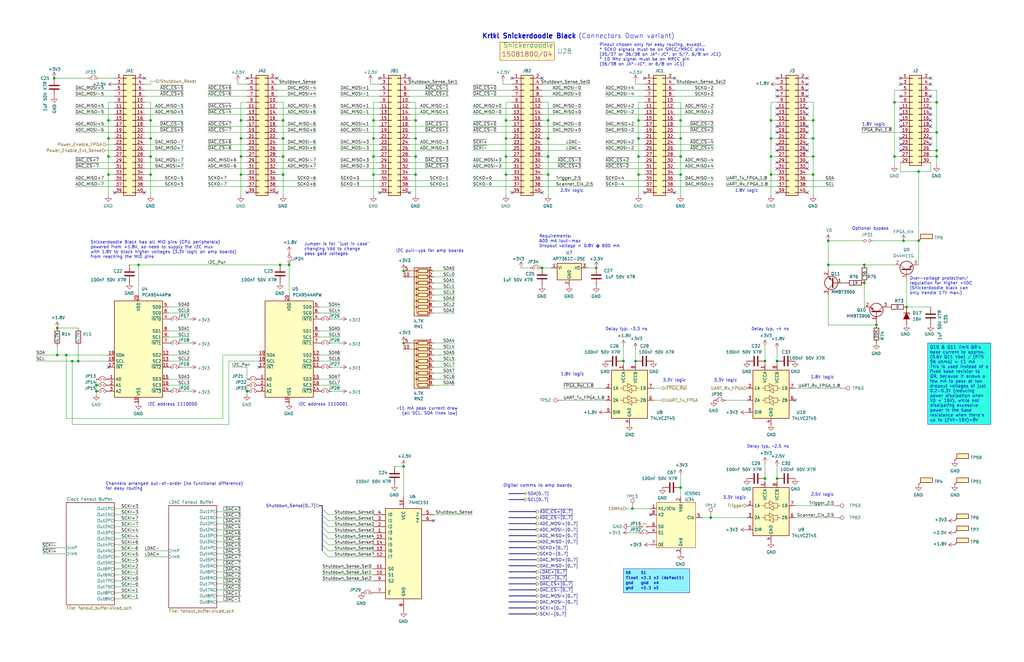
<source format=kicad_sch>
(kicad_sch (version 20250114) (generator "eeschema") (generator_version "9.0")
  (paper "B")
  (title_block (title "FPGA Board, Signal Distribution") (rev "D2") (company "Martinos Center @ MGH") (comment 1 "Don Straney"))
  (text "Requirements:\n600 mA Iout-max\nDropout voltage < 0.8V @ 600 mA" (at 227.33 99.06 0) (effects (font (size 1.27 1.27)) (justify left top)))
  (text "I2C address 1110001" (at 125.73 171.45 0) (effects (font (size 1.27 1.27)) (justify left bottom)))
  (text "1.8V logic" (at 373.38 53.34 0) (effects (font (size 1.27 1.27)) (justify right bottom)))
  (text "~11 mA peak current draw\n(all SCL, SDA lines low)" (at 193.04 175.26 0) (effects (font (size 1.27 1.27)) (justify right bottom)))
  (text "3.3V logic" (at 300.99 161.29 0) (effects (font (size 1.27 1.27)) (justify left bottom)))
  (text "I2C pull-ups for amp boards" (at 195.58 106.68 0) (effects (font (size 1.27 1.27)) (justify right bottom)))
  (text "3.3V logic" (at 304.8 210.82 0) (effects (font (size 1.27 1.27)) (justify left bottom)))
  (text "Snickerdoodle Black has all MIO pins (CPU peripherals)\npowered from +1.8V, so need to supply the I2C mux\nwith 1.8V to block higher voltages (3.3V logic on amp boards)\nfrom reaching the MIO pins" (at 38.1 109.22 0) (effects (font (size 1.27 1.27)) (justify left bottom)))
  (text "Channels arranged out-of-order (no functional difference)\nfor easy routing" (at 44.45 207.01 0) (effects (font (size 1.27 1.27)) (justify left bottom)))
  (text "Over-voltage protection/\nregulation for higher +VDC\n(Snickerdoodle black can\nonly handle 17V max.)" (at 383.54 124.46 0) (effects (font (size 1.27 1.27)) (justify left bottom)))
  (text "Optional bypass" (at 367.03 96.52 0) (effects (font (size 1.27 1.27))))
  (text "2.5V logic" (at 351.79 209.55 0) (effects (font (size 1.27 1.27)) (justify right bottom)))
  (text "Jumper is for \"just in case\"\nchanging Vdd to change\npass gate voltages" (at 128.27 107.95 0) (effects (font (size 1.27 1.27)) (justify left bottom)))
  (text "Krtkl Snickerdoodle Black" (at 203.2 16.51 0) (effects (font (size 2.0066 2.0066) (thickness 0.4013) (bold yes)) (justify left bottom)))
  (text "Pinout chosen only for easy routing, except...\n* SCKO signals must be on SRCC/MRCC pins\n(35/37 or 36/38 on JA*-JC*, or 5/7, 6/8 on JC1)\n* 10 Mhz signal must be on MRCC pin\n(36/38 on JA*-JC*, or 6/8 on JC1)" (at 252.73 27.94 0) (effects (font (size 1.27 1.27)) (justify left bottom)))
  (text "Delay typ. ~2.5 ns" (at 332.74 189.23 0) (effects (font (size 1.27 1.27)) (justify right bottom)))
  (text "3.3V logic" (at 279.4 161.29 0) (effects (font (size 1.27 1.27)) (justify left bottom)))
  (text "Delay typ. ~4 ns" (at 332.74 139.7 0) (effects (font (size 1.27 1.27)) (justify right bottom)))
  (text "1.8V logic" (at 246.38 158.75 0) (effects (font (size 1.27 1.27)) (justify right bottom)))
  (text "(Connectors Down variant)" (at 243.84 16.51 0) (effects (font (size 2.0066 2.0066)) (justify left bottom)))
  (text "1.8V logic" (at 351.79 160.02 0) (effects (font (size 1.27 1.27)) (justify right bottom)))
  (text "Digital comms to amp boards" (at 241.3 205.74 0) (effects (font (size 1.27 1.27)) (justify right bottom)))
  (text "2.5V logic" (at 236.22 81.28 0) (effects (font (size 1.27 1.27)) (justify left bottom)))
  (text "1.8V logic" (at 309.88 81.28 0) (effects (font (size 1.27 1.27)) (justify left bottom)))
  (text "Delay typ. ~3.3 ns" (at 273.05 139.7 0) (effects (font (size 1.27 1.27)) (justify right bottom)))
  (text "I2C address 1110000" (at 62.23 171.45 0) (effects (font (size 1.27 1.27)) (justify left bottom)))
  (text_box "Q10 & Q11 limit Q9's base current to approx.\n(0.6V Q11 Vbe) / (R75 56 ohms) = 11 mA\nThis is used instead of a fixed base resistor to Q9, because it allows a few mA to pass at low dropout voltages of just 0.2-0.3V (reducing power dissipation when VD < 16V), while not dissipating excessive power in the base resistance when there's up to (24V-16V)=8V" (at 391.16 144.78 0) (size 26.67 34.29) (margins 0.9525 0.9525 0.9525 0.9525) (fill (type color) (color 47 255 224 1)) (effects (font (size 1.27 1.27)) (justify left top)))
  (text_box "S0    S1\nfloat +3.3 x3 (default)\ngnd   gnd  x4\ngnd   +3.3 x5" (at 262.89 240.03 0) (size 27.94 10.16) (margins 0.9525 0.9525 0.9525 0.9525) (fill (type color) (color 145 242 255 1)) (effects (font (size 1.27 1.27) (thickness 0.254) (bold yes)) (justify left top)))
  (junction (at 175.26 50.8))
  (junction (at 287.02 50.8))
  (junction (at 322.58 201.93))
  (junction (at 27.94 149.86))
  (junction (at 394.97 63.5))
  (junction (at 342.9 50.8))
  (junction (at 364.49 111.76))
  (junction (at 101.6 50.8))
  (junction (at 287.02 66.04))
  (junction (at 175.26 66.04))
  (junction (at 364.49 119.38))
  (junction (at 63.5 50.8))
  (junction (at 40.64 162.56))
  (junction (at 231.14 58.42))
  (junction (at 63.5 73.66))
  (junction (at 40.64 165.1))
  (junction (at 63.5 66.04))
  (junction (at 269.24 50.8))
  (junction (at 175.26 73.66))
  (junction (at 267.97 152.4))
  (junction (at 45.72 50.8))
  (junction (at 30.48 152.4))
  (junction (at 299.72 218.44))
  (junction (at 228.6 113.03))
  (junction (at 369.57 137.16))
  (junction (at 63.5 58.42))
  (junction (at 157.48 66.04))
  (junction (at 213.36 50.8))
  (junction (at 119.38 58.42))
  (junction (at 269.24 66.04))
  (junction (at 231.14 73.66))
  (junction (at 119.38 50.8))
  (junction (at 118.11 111.76))
  (junction (at 269.24 73.66))
  (junction (at 104.14 165.1))
  (junction (at 213.36 66.04))
  (junction (at 24.13 138.43))
  (junction (at 45.72 66.04))
  (junction (at 325.12 66.04))
  (junction (at 342.9 73.66))
  (junction (at 349.25 111.76))
  (junction (at 394.97 55.88))
  (junction (at 101.6 73.66))
  (junction (at 175.26 58.42))
  (junction (at 394.97 43.18))
  (junction (at 213.36 58.42))
  (junction (at 170.18 114.3))
  (junction (at 119.38 66.04))
  (junction (at 322.58 152.4))
  (junction (at 387.35 101.6))
  (junction (at 58.42 111.76))
  (junction (at 387.35 72.39))
  (junction (at 287.02 73.66))
  (junction (at 394.97 66.04))
  (junction (at 262.89 152.4))
  (junction (at 342.9 66.04))
  (junction (at 101.6 58.42))
  (junction (at 170.18 144.78))
  (junction (at 121.92 111.76))
  (junction (at 45.72 58.42))
  (junction (at 349.25 101.6))
  (junction (at 213.36 73.66))
  (junction (at 327.66 152.4))
  (junction (at 327.66 201.93))
  (junction (at 325.12 50.8))
  (junction (at 22.86 33.02))
  (junction (at 251.46 113.03))
  (junction (at 119.38 73.66))
  (junction (at 325.12 73.66))
  (junction (at 231.14 50.8))
  (junction (at 269.24 58.42))
  (junction (at 287.02 205.74))
  (junction (at 382.27 129.54))
  (junction (at 377.19 66.04))
  (junction (at 266.7 214.63))
  (junction (at 24.13 149.86))
  (junction (at 377.19 43.18))
  (junction (at 157.48 50.8))
  (junction (at 170.18 196.85))
  (junction (at 325.12 58.42))
  (junction (at 381 101.6))
  (junction (at 33.02 152.4))
  (junction (at 45.72 73.66))
  (junction (at 157.48 58.42))
  (junction (at 101.6 66.04))
  (junction (at 287.02 58.42))
  (junction (at 342.9 58.42))
  (junction (at 157.48 73.66))
  (junction (at 231.14 66.04))
  (no_connect (at 172.72 33.02))
  (no_connect (at 379.73 35.56))
  (no_connect (at 215.9 81.28))
  (no_connect (at 340.36 48.26))
  (no_connect (at 340.36 60.96))
  (no_connect (at 340.36 40.64))
  (no_connect (at 45.72 154.94))
  (no_connect (at 379.73 50.8))
  (no_connect (at 340.36 55.88))
  (no_connect (at 327.66 60.96))
  (no_connect (at 327.66 48.26))
  (no_connect (at 379.73 63.5))
  (no_connect (at 182.88 219.71))
  (no_connect (at 160.02 81.28))
  (no_connect (at 340.36 81.28))
  (no_connect (at 340.36 71.12))
  (no_connect (at 340.36 38.1))
  (no_connect (at 392.43 35.56))
  (no_connect (at 109.22 154.94))
  (no_connect (at 392.43 40.64))
  (no_connect (at 116.84 81.28))
  (no_connect (at 104.14 33.02))
  (no_connect (at 392.43 33.02))
  (no_connect (at 392.43 53.34))
  (no_connect (at 116.84 33.02))
  (no_connect (at 392.43 60.96))
  (no_connect (at 335.28 168.91))
  (no_connect (at 379.73 60.96))
  (no_connect (at 340.36 68.58))
  (no_connect (at 340.36 33.02))
  (no_connect (at 60.96 33.02))
  (no_connect (at 327.66 40.64))
  (no_connect (at 271.78 33.02))
  (no_connect (at 392.43 58.42))
  (no_connect (at 327.66 33.02))
  (no_connect (at 340.36 63.5))
  (no_connect (at 392.43 45.72))
  (no_connect (at 228.6 81.28))
  (no_connect (at 327.66 55.88))
  (no_connect (at 379.73 40.64))
  (no_connect (at 379.73 33.02))
  (no_connect (at 327.66 38.1))
  (no_connect (at 215.9 33.02))
  (no_connect (at 327.66 53.34))
  (no_connect (at 392.43 48.26))
  (no_connect (at 274.32 217.17))
  (no_connect (at 327.66 81.28))
  (no_connect (at 48.26 81.28))
  (no_connect (at 379.73 48.26))
  (no_connect (at 271.78 81.28))
  (no_connect (at 392.43 50.8))
  (no_connect (at 379.73 53.34))
  (no_connect (at 327.66 63.5))
  (no_connect (at 340.36 45.72))
  (no_connect (at 60.96 81.28))
  (no_connect (at 172.72 81.28))
  (no_connect (at 379.73 58.42))
  (no_connect (at 340.36 53.34))
  (no_connect (at 327.66 71.12))
  (no_connect (at 284.48 81.28))
  (no_connect (at 340.36 35.56))
  (no_connect (at 284.48 33.02))
  (no_connect (at 228.6 33.02))
  (no_connect (at 104.14 81.28))
  (no_connect (at 327.66 68.58))
  (no_connect (at 327.66 45.72))
  (no_connect (at 160.02 33.02))
  (no_connect (at 379.73 45.72))
  (bus_entry (at 135.89 227.33) (size 2.54 2.54))
  (bus_entry (at 135.89 224.79) (size 2.54 2.54))
  (bus_entry (at 135.89 217.17) (size 2.54 2.54))
  (bus_entry (at 135.89 229.87) (size 2.54 2.54))
  (bus_entry (at 135.89 219.71) (size 2.54 2.54))
  (bus_entry (at 135.89 222.25) (size 2.54 2.54))
  (bus_entry (at 135.89 232.41) (size 2.54 2.54))
  (bus_entry (at 135.89 214.63) (size 2.54 2.54))
  (wire (pts (xy 133.35 68.58) (xy 116.84 68.58)))
  (wire (pts (xy 363.22 55.88) (xy 379.73 55.88)))
  (wire (pts (xy 215.9 76.2) (xy 199.39 76.2)))
  (wire (pts (xy 193.04 35.56) (xy 172.72 35.56)))
  (wire (pts (xy 104.14 38.1) (xy 87.63 38.1)))
  (wire (pts (xy 327.66 58.42) (xy 325.12 58.42)))
  (wire (pts (xy 48.26 240.03) (xy 58.42 240.03)))
  (bus (pts (xy 226.06 228.6) (xy 214.63 228.6)))
  (wire (pts (xy 215.9 43.18) (xy 213.36 43.18)))
  (wire (pts (xy 189.23 53.34) (xy 172.72 53.34)))
  (wire (pts (xy 340.36 66.04) (xy 342.9 66.04)))
  (wire (pts (xy 377.19 38.1) (xy 377.19 43.18)))
  (wire (pts (xy 267.97 34.29) (xy 267.97 35.56)))
  (wire (pts (xy 271.78 66.04) (xy 269.24 66.04)))
  (wire (pts (xy 104.14 45.72) (xy 87.63 45.72)))
  (wire (pts (xy 119.38 73.66) (xy 119.38 82.55)))
  (wire (pts (xy 77.47 60.96) (xy 60.96 60.96)))
  (wire (pts (xy 91.44 241.3) (xy 101.6 241.3)))
  (wire (pts (xy 182.88 116.84) (xy 191.77 116.84)))
  (wire (pts (xy 228.6 63.5) (xy 245.11 63.5)))
  (wire (pts (xy 271.78 55.88) (xy 255.27 55.88)))
  (wire (pts (xy 138.43 222.25) (xy 157.48 222.25)))
  (wire (pts (xy 91.44 220.98) (xy 101.6 220.98)))
  (wire (pts (xy 77.47 40.64) (xy 60.96 40.64)))
  (wire (pts (xy 118.11 111.76) (xy 121.92 111.76)))
  (wire (pts (xy 45.72 66.04) (xy 45.72 73.66)))
  (wire (pts (xy 325.12 50.8) (xy 325.12 58.42)))
  (wire (pts (xy 335.28 218.44) (xy 351.79 218.44)))
  (wire (pts (xy 231.14 73.66) (xy 231.14 82.55)))
  (wire (pts (xy 213.36 50.8) (xy 213.36 58.42)))
  (bus (pts (xy 226.06 241.3) (xy 214.63 241.3)))
  (wire (pts (xy 327.66 147.32) (xy 327.66 152.4)))
  (bus (pts (xy 134.62 213.36) (xy 135.89 213.36)))
  (wire (pts (xy 228.6 73.66) (xy 231.14 73.66)))
  (wire (pts (xy 157.48 245.11) (xy 135.89 245.11)))
  (bus (pts (xy 226.06 215.9) (xy 214.63 215.9)))
  (wire (pts (xy 247.65 113.03) (xy 251.46 113.03)))
  (wire (pts (xy 77.47 45.72) (xy 60.96 45.72)))
  (wire (pts (xy 24.13 146.05) (xy 24.13 149.86)))
  (bus (pts (xy 226.06 233.68) (xy 214.63 233.68)))
  (wire (pts (xy 245.11 40.64) (xy 228.6 40.64)))
  (wire (pts (xy 387.35 72.39) (xy 387.35 101.6)))
  (wire (pts (xy 377.19 66.04) (xy 377.19 69.85)))
  (wire (pts (xy 172.72 73.66) (xy 175.26 73.66)))
  (wire (pts (xy 172.72 58.42) (xy 175.26 58.42)))
  (wire (pts (xy 160.02 78.74) (xy 143.51 78.74)))
  (wire (pts (xy 45.72 149.86) (xy 27.94 149.86)))
  (wire (pts (xy 91.44 254) (xy 101.6 254)))
  (wire (pts (xy 160.02 40.64) (xy 143.51 40.64)))
  (wire (pts (xy 77.47 38.1) (xy 60.96 38.1)))
  (wire (pts (xy 133.35 53.34) (xy 116.84 53.34)))
  (wire (pts (xy 271.78 45.72) (xy 255.27 45.72)))
  (wire (pts (xy 267.97 147.32) (xy 267.97 152.4)))
  (wire (pts (xy 40.64 166.37) (xy 40.64 165.1)))
  (wire (pts (xy 100.33 35.56) (xy 104.14 35.56)))
  (wire (pts (xy 160.02 55.88) (xy 143.51 55.88)))
  (wire (pts (xy 175.26 58.42) (xy 175.26 66.04)))
  (wire (pts (xy 189.23 71.12) (xy 172.72 71.12)))
  (wire (pts (xy 271.78 48.26) (xy 255.27 48.26)))
  (wire (pts (xy 71.12 234.95) (xy 60.96 234.95)))
  (wire (pts (xy 101.6 66.04) (xy 101.6 73.66)))
  (bus (pts (xy 226.06 254) (xy 214.63 254)))
  (wire (pts (xy 340.36 43.18) (xy 342.9 43.18)))
  (wire (pts (xy 54.61 111.76) (xy 58.42 111.76)))
  (wire (pts (xy 182.88 160.02) (xy 191.77 160.02)))
  (wire (pts (xy 182.88 121.92) (xy 191.77 121.92)))
  (wire (pts (xy 104.14 71.12) (xy 87.63 71.12)))
  (wire (pts (xy 33.02 152.4) (xy 30.48 152.4)))
  (bus (pts (xy 226.06 220.98) (xy 214.63 220.98)))
  (wire (pts (xy 189.23 76.2) (xy 172.72 76.2)))
  (wire (pts (xy 377.19 43.18) (xy 377.19 66.04)))
  (wire (pts (xy 182.88 127) (xy 191.77 127)))
  (wire (pts (xy 77.47 76.2) (xy 60.96 76.2)))
  (bus (pts (xy 226.06 223.52) (xy 214.63 223.52)))
  (wire (pts (xy 245.11 55.88) (xy 228.6 55.88)))
  (wire (pts (xy 368.3 101.6) (xy 381 101.6)))
  (wire (pts (xy 133.35 55.88) (xy 116.84 55.88)))
  (wire (pts (xy 379.73 43.18) (xy 377.19 43.18)))
  (wire (pts (xy 364.49 111.76) (xy 377.19 111.76)))
  (wire (pts (xy 182.88 129.54) (xy 191.77 129.54)))
  (wire (pts (xy 215.9 50.8) (xy 213.36 50.8)))
  (wire (pts (xy 265.43 222.25) (xy 269.24 222.25)))
  (wire (pts (xy 63.5 58.42) (xy 63.5 66.04)))
  (wire (pts (xy 48.26 242.57) (xy 58.42 242.57)))
  (wire (pts (xy 48.26 250.19) (xy 58.42 250.19)))
  (wire (pts (xy 133.35 71.12) (xy 116.84 71.12)))
  (bus (pts (xy 226.06 238.76) (xy 214.63 238.76)))
  (wire (pts (xy 77.47 71.12) (xy 60.96 71.12)))
  (wire (pts (xy 104.14 58.42) (xy 101.6 58.42)))
  (wire (pts (xy 60.96 35.56) (xy 63.5 35.56)))
  (wire (pts (xy 287.02 43.18) (xy 287.02 50.8)))
  (wire (pts (xy 215.9 66.04) (xy 213.36 66.04)))
  (wire (pts (xy 93.98 176.53) (xy 27.94 176.53)))
  (wire (pts (xy 306.07 76.2) (xy 327.66 76.2)))
  (wire (pts (xy 63.5 35.56) (xy 63.5 34.29)))
  (wire (pts (xy 265.43 224.79) (xy 269.24 224.79)))
  (wire (pts (xy 325.12 58.42) (xy 325.12 66.04)))
  (wire (pts (xy 160.02 71.12) (xy 143.51 71.12)))
  (wire (pts (xy 134.62 152.4) (xy 143.51 152.4)))
  (wire (pts (xy 382.27 129.54) (xy 392.43 129.54)))
  (wire (pts (xy 175.26 66.04) (xy 175.26 73.66)))
  (wire (pts (xy 340.36 50.8) (xy 342.9 50.8)))
  (wire (pts (xy 91.44 251.46) (xy 101.6 251.46)))
  (wire (pts (xy 325.12 43.18) (xy 325.12 50.8)))
  (wire (pts (xy 245.11 38.1) (xy 228.6 38.1)))
  (wire (pts (xy 48.26 40.64) (xy 31.75 40.64)))
  (wire (pts (xy 170.18 114.3) (xy 170.18 116.84)))
  (wire (pts (xy 327.66 66.04) (xy 325.12 66.04)))
  (wire (pts (xy 284.48 58.42) (xy 287.02 58.42)))
  (wire (pts (xy 394.97 63.5) (xy 394.97 66.04)))
  (wire (pts (xy 271.78 63.5) (xy 255.27 63.5)))
  (wire (pts (xy 48.26 252.73) (xy 58.42 252.73)))
  (wire (pts (xy 300.99 53.34) (xy 284.48 53.34)))
  (wire (pts (xy 394.97 38.1) (xy 394.97 43.18)))
  (wire (pts (xy 327.66 50.8) (xy 325.12 50.8)))
  (wire (pts (xy 182.88 119.38) (xy 191.77 119.38)))
  (wire (pts (xy 48.26 247.65) (xy 58.42 247.65)))
  (wire (pts (xy 231.14 50.8) (xy 231.14 58.42)))
  (wire (pts (xy 71.12 139.7) (xy 80.01 139.7)))
  (wire (pts (xy 327.66 152.4) (xy 327.66 153.67)))
  (wire (pts (xy 392.43 43.18) (xy 394.97 43.18)))
  (wire (pts (xy 100.33 34.29) (xy 100.33 35.56)))
  (wire (pts (xy 30.48 179.07) (xy 96.52 179.07)))
  (wire (pts (xy 134.62 129.54) (xy 143.51 129.54)))
  (wire (pts (xy 77.47 63.5) (xy 60.96 63.5)))
  (wire (pts (xy 91.44 236.22) (xy 101.6 236.22)))
  (wire (pts (xy 287.02 66.04) (xy 287.02 73.66)))
  (wire (pts (xy 77.47 53.34) (xy 60.96 53.34)))
  (wire (pts (xy 245.11 53.34) (xy 228.6 53.34)))
  (wire (pts (xy 228.6 76.2) (xy 245.11 76.2)))
  (wire (pts (xy 284.48 66.04) (xy 287.02 66.04)))
  (wire (pts (xy 199.39 63.5) (xy 215.9 63.5)))
  (wire (pts (xy 104.14 53.34) (xy 87.63 53.34)))
  (wire (pts (xy 156.21 35.56) (xy 160.02 35.56)))
  (wire (pts (xy 287.02 205.74) (xy 287.02 209.55)))
  (wire (pts (xy 300.99 78.74) (xy 284.48 78.74)))
  (wire (pts (xy 228.6 66.04) (xy 231.14 66.04)))
  (wire (pts (xy 48.26 229.87) (xy 58.42 229.87)))
  (wire (pts (xy 133.35 38.1) (xy 116.84 38.1)))
  (wire (pts (xy 160.02 76.2) (xy 143.51 76.2)))
  (bus (pts (xy 135.89 227.33) (xy 135.89 229.87)))
  (wire (pts (xy 325.12 66.04) (xy 325.12 73.66)))
  (wire (pts (xy 189.23 48.26) (xy 172.72 48.26)))
  (wire (pts (xy 335.28 213.36) (xy 351.79 213.36)))
  (wire (pts (xy 96.52 179.07) (xy 96.52 152.4)))
  (wire (pts (xy 157.48 73.66) (xy 157.48 82.55)))
  (wire (pts (xy 104.14 48.26) (xy 87.63 48.26)))
  (wire (pts (xy 60.96 58.42) (xy 63.5 58.42)))
  (wire (pts (xy 63.5 50.8) (xy 63.5 58.42)))
  (wire (pts (xy 48.26 227.33) (xy 58.42 227.33)))
  (wire (pts (xy 91.44 233.68) (xy 101.6 233.68)))
  (bus (pts (xy 226.06 248.92) (xy 214.63 248.92)))
  (wire (pts (xy 342.9 50.8) (xy 342.9 58.42)))
  (wire (pts (xy 133.35 35.56) (xy 116.84 35.56)))
  (wire (pts (xy 91.44 218.44) (xy 101.6 218.44)))
  (wire (pts (xy 189.23 78.74) (xy 172.72 78.74)))
  (wire (pts (xy 394.97 43.18) (xy 394.97 55.88)))
  (wire (pts (xy 228.6 50.8) (xy 231.14 50.8)))
  (wire (pts (xy 306.07 78.74) (xy 327.66 78.74)))
  (wire (pts (xy 48.26 78.74) (xy 31.75 78.74)))
  (wire (pts (xy 48.26 60.96) (xy 44.45 60.96)))
  (wire (pts (xy 349.25 124.46) (xy 349.25 137.16)))
  (wire (pts (xy 143.51 144.78) (xy 139.7 144.78)))
  (wire (pts (xy 45.72 73.66) (xy 45.72 82.55)))
  (wire (pts (xy 134.62 142.24) (xy 143.51 142.24)))
  (wire (pts (xy 91.44 215.9) (xy 101.6 215.9)))
  (bus (pts (xy 135.89 219.71) (xy 135.89 222.25)))
  (wire (pts (xy 71.12 149.86) (xy 80.01 149.86)))
  (wire (pts (xy 104.14 60.96) (xy 87.63 60.96)))
  (wire (pts (xy 22.86 33.02) (xy 36.83 33.02)))
  (wire (pts (xy 91.44 231.14) (xy 101.6 231.14)))
  (wire (pts (xy 48.26 68.58) (xy 31.75 68.58)))
  (wire (pts (xy 342.9 43.18) (xy 342.9 50.8)))
  (wire (pts (xy 349.25 101.6) (xy 349.25 111.76)))
  (wire (pts (xy 71.12 142.24) (xy 80.01 142.24)))
  (bus (pts (xy 135.89 224.79) (xy 135.89 227.33)))
  (wire (pts (xy 284.48 73.66) (xy 287.02 73.66)))
  (wire (pts (xy 322.58 146.05) (xy 322.58 152.4)))
  (wire (pts (xy 45.72 43.18) (xy 45.72 50.8)))
  (wire (pts (xy 364.49 119.38) (xy 364.49 129.54)))
  (wire (pts (xy 300.99 60.96) (xy 284.48 60.96)))
  (wire (pts (xy 387.35 111.76) (xy 387.35 101.6)))
  (wire (pts (xy 160.02 73.66) (xy 157.48 73.66)))
  (wire (pts (xy 143.51 154.94) (xy 139.7 154.94)))
  (wire (pts (xy 182.88 157.48) (xy 191.77 157.48)))
  (wire (pts (xy 215.9 45.72) (xy 199.39 45.72)))
  (wire (pts (xy 116.84 58.42) (xy 119.38 58.42)))
  (wire (pts (xy 394.97 66.04) (xy 394.97 69.85)))
  (wire (pts (xy 228.6 43.18) (xy 231.14 43.18)))
  (wire (pts (xy 271.78 68.58) (xy 255.27 68.58)))
  (wire (pts (xy 138.43 234.95) (xy 157.48 234.95)))
  (wire (pts (xy 271.78 43.18) (xy 269.24 43.18)))
  (wire (pts (xy 27.94 176.53) (xy 27.94 149.86)))
  (wire (pts (xy 104.14 55.88) (xy 87.63 55.88)))
  (wire (pts (xy 116.84 66.04) (xy 119.38 66.04)))
  (wire (pts (xy 63.5 43.18) (xy 63.5 50.8)))
  (wire (pts (xy 60.96 43.18) (xy 63.5 43.18)))
  (wire (pts (xy 172.72 66.04) (xy 175.26 66.04)))
  (wire (pts (xy 327.66 201.93) (xy 327.66 203.2)))
  (wire (pts (xy 80.01 134.62) (xy 76.2 134.62)))
  (wire (pts (xy 255.27 163.83) (xy 237.49 163.83)))
  (wire (pts (xy 300.99 38.1) (xy 284.48 38.1)))
  (wire (pts (xy 287.02 200.66) (xy 287.02 205.74)))
  (wire (pts (xy 245.11 48.26) (xy 228.6 48.26)))
  (wire (pts (xy 284.48 43.18) (xy 287.02 43.18)))
  (wire (pts (xy 182.88 154.94) (xy 191.77 154.94)))
  (wire (pts (xy 157.48 58.42) (xy 157.48 66.04)))
  (wire (pts (xy 327.66 196.85) (xy 327.66 201.93)))
  (wire (pts (xy 271.78 53.34) (xy 255.27 53.34)))
  (wire (pts (xy 170.18 209.55) (xy 170.18 196.85)))
  (wire (pts (xy 189.23 45.72) (xy 172.72 45.72)))
  (wire (pts (xy 212.09 35.56) (xy 215.9 35.56)))
  (wire (pts (xy 40.64 162.56) (xy 40.64 160.02)))
  (wire (pts (xy 48.26 219.71) (xy 58.42 219.71)))
  (wire (pts (xy 134.62 139.7) (xy 143.51 139.7)))
  (wire (pts (xy 271.78 40.64) (xy 255.27 40.64)))
  (wire (pts (xy 71.12 160.02) (xy 80.01 160.02)))
  (wire (pts (xy 231.14 43.18) (xy 231.14 50.8)))
  (bus (pts (xy 135.89 213.36) (xy 135.89 214.63)))
  (wire (pts (xy 182.88 132.08) (xy 191.77 132.08)))
  (wire (pts (xy 213.36 43.18) (xy 213.36 50.8)))
  (wire (pts (xy 138.43 227.33) (xy 157.48 227.33)))
  (wire (pts (xy 322.58 201.93) (xy 322.58 203.2)))
  (wire (pts (xy 93.98 149.86) (xy 93.98 176.53)))
  (wire (pts (xy 157.48 66.04) (xy 157.48 73.66)))
  (wire (pts (xy 48.26 71.12) (xy 31.75 71.12)))
  (wire (pts (xy 287.02 58.42) (xy 287.02 66.04)))
  (wire (pts (xy 349.25 111.76) (xy 364.49 111.76)))
  (wire (pts (xy 134.62 132.08) (xy 143.51 132.08)))
  (wire (pts (xy 63.5 66.04) (xy 63.5 73.66)))
  (wire (pts (xy 143.51 134.62) (xy 139.7 134.62)))
  (wire (pts (xy 269.24 50.8) (xy 269.24 58.42)))
  (wire (pts (xy 48.26 73.66) (xy 45.72 73.66)))
  (wire (pts (xy 248.92 35.56) (xy 228.6 35.56)))
  (wire (pts (xy 300.99 71.12) (xy 284.48 71.12)))
  (wire (pts (xy 24.13 138.43) (xy 33.02 138.43)))
  (wire (pts (xy 116.84 43.18) (xy 119.38 43.18)))
  (wire (pts (xy 48.26 63.5) (xy 44.45 63.5)))
  (wire (pts (xy 182.88 217.17) (xy 199.39 217.17)))
  (wire (pts (xy 138.43 217.17) (xy 157.48 217.17)))
  (wire (pts (xy 104.14 73.66) (xy 101.6 73.66)))
  (wire (pts (xy 228.6 71.12) (xy 245.11 71.12)))
  (wire (pts (xy 157.48 242.57) (xy 135.89 242.57)))
  (wire (pts (xy 24.13 149.86) (xy 27.94 149.86)))
  (wire (pts (xy 101.6 50.8) (xy 101.6 58.42)))
  (wire (pts (xy 119.38 43.18) (xy 119.38 50.8)))
  (wire (pts (xy 80.01 144.78) (xy 76.2 144.78)))
  (wire (pts (xy 189.23 60.96) (xy 172.72 60.96)))
  (wire (pts (xy 379.73 38.1) (xy 377.19 38.1)))
  (wire (pts (xy 228.6 113.03) (xy 232.41 113.03)))
  (wire (pts (xy 215.9 48.26) (xy 199.39 48.26)))
  (wire (pts (xy 104.14 166.37) (xy 104.14 165.1)))
  (wire (pts (xy 104.14 68.58) (xy 87.63 68.58)))
  (wire (pts (xy 48.26 76.2) (xy 31.75 76.2)))
  (wire (pts (xy 228.6 68.58) (xy 245.11 68.58)))
  (wire (pts (xy 182.88 162.56) (xy 191.77 162.56)))
  (wire (pts (xy 215.9 53.34) (xy 199.39 53.34)))
  (wire (pts (xy 215.9 73.66) (xy 213.36 73.66)))
  (wire (pts (xy 327.66 43.18) (xy 325.12 43.18)))
  (wire (pts (xy 300.99 68.58) (xy 284.48 68.58)))
  (wire (pts (xy 215.9 40.64) (xy 199.39 40.64)))
  (wire (pts (xy 104.14 63.5) (xy 87.63 63.5)))
  (wire (pts (xy 104.14 78.74) (xy 87.63 78.74)))
  (wire (pts (xy 363.22 101.6) (xy 349.25 101.6)))
  (wire (pts (xy 58.42 111.76) (xy 118.11 111.76)))
  (wire (pts (xy 381 101.6) (xy 387.35 101.6)))
  (wire (pts (xy 340.36 73.66) (xy 342.9 73.66)))
  (wire (pts (xy 228.6 78.74) (xy 250.19 78.74)))
  (wire (pts (xy 199.39 71.12) (xy 215.9 71.12)))
  (wire (pts (xy 284.48 50.8) (xy 287.02 50.8)))
  (wire (pts (xy 325.12 73.66) (xy 325.12 82.55)))
  (bus (pts (xy 226.06 243.84) (xy 214.63 243.84)))
  (wire (pts (xy 71.12 162.56) (xy 80.01 162.56)))
  (wire (pts (xy 48.26 245.11) (xy 58.42 245.11)))
  (wire (pts (xy 300.99 45.72) (xy 284.48 45.72)))
  (wire (pts (xy 71.12 152.4) (xy 80.01 152.4)))
  (wire (pts (xy 77.47 48.26) (xy 60.96 48.26)))
  (wire (pts (xy 172.72 43.18) (xy 175.26 43.18)))
  (wire (pts (xy 40.64 165.1) (xy 40.64 162.56)))
  (bus (pts (xy 220.98 208.28) (xy 214.63 208.28)))
  (wire (pts (xy 48.26 217.17) (xy 58.42 217.17)))
  (wire (pts (xy 267.97 152.4) (xy 267.97 153.67)))
  (wire (pts (xy 231.14 66.04) (xy 231.14 73.66)))
  (wire (pts (xy 287.02 73.66) (xy 287.02 82.55)))
  (wire (pts (xy 119.38 66.04) (xy 119.38 73.66)))
  (wire (pts (xy 48.26 224.79) (xy 58.42 224.79)))
  (wire (pts (xy 160.02 53.34) (xy 143.51 53.34)))
  (wire (pts (xy 63.5 34.29) (xy 66.04 34.29)))
  (wire (pts (xy 392.43 55.88) (xy 394.97 55.88)))
  (wire (pts (xy 213.36 66.04) (xy 213.36 73.66)))
  (wire (pts (xy 143.51 165.1) (xy 139.7 165.1)))
  (wire (pts (xy 104.14 50.8) (xy 101.6 50.8)))
  (wire (pts (xy 300.99 48.26) (xy 284.48 48.26)))
  (wire (pts (xy 189.23 68.58) (xy 172.72 68.58)))
  (wire (pts (xy 77.47 78.74) (xy 60.96 78.74)))
  (wire (pts (xy 101.6 43.18) (xy 101.6 50.8)))
  (wire (pts (xy 101.6 73.66) (xy 101.6 82.55)))
  (wire (pts (xy 96.52 152.4) (xy 109.22 152.4)))
  (wire (pts (xy 189.23 38.1) (xy 172.72 38.1)))
  (wire (pts (xy 271.78 50.8) (xy 269.24 50.8)))
  (wire (pts (xy 271.78 58.42) (xy 269.24 58.42)))
  (wire (pts (xy 134.62 162.56) (xy 143.51 162.56)))
  (wire (pts (xy 48.26 38.1) (xy 31.75 38.1)))
  (wire (pts (xy 306.07 35.56) (xy 284.48 35.56)))
  (wire (pts (xy 160.02 68.58) (xy 143.51 68.58)))
  (wire (pts (xy 182.88 144.78) (xy 191.77 144.78)))
  (wire (pts (xy 104.14 76.2) (xy 87.63 76.2)))
  (wire (pts (xy 160.02 43.18) (xy 157.48 43.18)))
  (wire (pts (xy 91.44 228.6) (xy 101.6 228.6)))
  (wire (pts (xy 48.26 232.41) (xy 58.42 232.41)))
  (wire (pts (xy 379.73 66.04) (xy 377.19 66.04)))
  (wire (pts (xy 392.43 66.04) (xy 394.97 66.04)))
  (wire (pts (xy 279.4 163.83) (xy 275.59 163.83)))
  (wire (pts (xy 213.36 58.42) (xy 213.36 66.04)))
  (bus (pts (xy 226.06 256.54) (xy 214.63 256.54)))
  (wire (pts (xy 91.44 248.92) (xy 101.6 248.92)))
  (wire (pts (xy 269.24 73.66) (xy 269.24 82.55)))
  (wire (pts (xy 387.35 72.39) (xy 392.43 72.39)))
  (wire (pts (xy 300.99 76.2) (xy 284.48 76.2)))
  (wire (pts (xy 269.24 43.18) (xy 269.24 50.8)))
  (wire (pts (xy 80.01 154.94) (xy 76.2 154.94)))
  (wire (pts (xy 138.43 229.87) (xy 157.48 229.87)))
  (wire (pts (xy 342.9 58.42) (xy 342.9 66.04)))
  (wire (pts (xy 392.43 63.5) (xy 394.97 63.5)))
  (wire (pts (xy 237.49 168.91) (xy 255.27 168.91)))
  (wire (pts (xy 199.39 60.96) (xy 215.9 60.96)))
  (wire (pts (xy 133.35 48.26) (xy 116.84 48.26)))
  (wire (pts (xy 104.14 165.1) (xy 104.14 162.56)))
  (wire (pts (xy 104.14 66.04) (xy 101.6 66.04)))
  (wire (pts (xy 269.24 66.04) (xy 269.24 73.66)))
  (wire (pts (xy 77.47 68.58) (xy 60.96 68.58)))
  (wire (pts (xy 48.26 58.42) (xy 45.72 58.42)))
  (wire (pts (xy 335.28 163.83) (xy 354.33 163.83)))
  (wire (pts (xy 15.24 152.4) (xy 30.48 152.4)))
  (wire (pts (xy 48.26 237.49) (xy 58.42 237.49)))
  (wire (pts (xy 322.58 152.4) (xy 322.58 153.67)))
  (wire (pts (xy 60.96 73.66) (xy 63.5 73.66)))
  (wire (pts (xy 48.26 50.8) (xy 45.72 50.8)))
  (wire (pts (xy 166.37 196.85) (xy 170.18 196.85)))
  (wire (pts (xy 160.02 50.8) (xy 157.48 50.8)))
  (wire (pts (xy 175.26 43.18) (xy 175.26 50.8)))
  (wire (pts (xy 138.43 219.71) (xy 157.48 219.71)))
  (wire (pts (xy 30.48 152.4) (xy 30.48 179.07)))
  (wire (pts (xy 48.26 66.04) (xy 45.72 66.04)))
  (wire (pts (xy 342.9 73.66) (xy 342.9 82.55)))
  (wire (pts (xy 182.88 114.3) (xy 191.77 114.3)))
  (wire (pts (xy 48.26 55.88) (xy 31.75 55.88)))
  (wire (pts (xy 392.43 72.39) (xy 392.43 68.58)))
  (wire (pts (xy 387.35 72.39) (xy 379.73 72.39)))
  (wire (pts (xy 213.36 73.66) (xy 213.36 82.55)))
  (bus (pts (xy 135.89 229.87) (xy 135.89 232.41)))
  (wire (pts (xy 199.39 68.58) (xy 215.9 68.58)))
  (wire (pts (xy 300.99 63.5) (xy 284.48 63.5)))
  (wire (pts (xy 27.94 231.14) (xy 17.78 231.14)))
  (wire (pts (xy 279.4 168.91) (xy 275.59 168.91)))
  (wire (pts (xy 133.35 40.64) (xy 116.84 40.64)))
  (wire (pts (xy 160.02 38.1) (xy 143.51 38.1)))
  (wire (pts (xy 138.43 224.79) (xy 157.48 224.79)))
  (wire (pts (xy 228.6 60.96) (xy 245.11 60.96)))
  (wire (pts (xy 182.88 152.4) (xy 191.77 152.4)))
  (wire (pts (xy 58.42 124.46) (xy 58.42 111.76)))
  (wire (pts (xy 306.07 168.91) (xy 314.96 168.91)))
  (wire (pts (xy 215.9 58.42) (xy 213.36 58.42)))
  (wire (pts (xy 121.92 124.46) (xy 121.92 111.76)))
  (bus (pts (xy 226.06 236.22) (xy 214.63 236.22)))
  (wire (pts (xy 157.48 43.18) (xy 157.48 50.8)))
  (wire (pts (xy 157.48 50.8) (xy 157.48 58.42)))
  (wire (pts (xy 48.26 45.72) (xy 31.75 45.72)))
  (wire (pts (xy 15.24 149.86) (xy 24.13 149.86)))
  (wire (pts (xy 45.72 50.8) (xy 45.72 58.42)))
  (wire (pts (xy 133.35 63.5) (xy 116.84 63.5)))
  (wire (pts (xy 71.12 129.54) (xy 80.01 129.54)))
  (wire (pts (xy 170.18 144.78) (xy 170.18 147.32)))
  (bus (pts (xy 220.98 210.82) (xy 214.63 210.82)))
  (wire (pts (xy 394.97 55.88) (xy 394.97 63.5)))
  (wire (pts (xy 134.62 160.02) (xy 143.51 160.02)))
  (wire (pts (xy 340.36 78.74) (xy 351.79 78.74)))
  (wire (pts (xy 382.27 119.38) (xy 382.27 129.54)))
  (wire (pts (xy 45.72 152.4) (xy 33.02 152.4)))
  (wire (pts (xy 189.23 55.88) (xy 172.72 55.88)))
  (wire (pts (xy 271.78 71.12) (xy 255.27 71.12)))
  (wire (pts (xy 48.26 222.25) (xy 58.42 222.25)))
  (wire (pts (xy 160.02 45.72) (xy 143.51 45.72)))
  (wire (pts (xy 271.78 78.74) (xy 255.27 78.74)))
  (wire (pts (xy 156.21 34.29) (xy 156.21 35.56)))
  (wire (pts (xy 266.7 214.63) (xy 274.32 214.63)))
  (wire (pts (xy 41.91 33.02) (xy 48.26 33.02)))
  (wire (pts (xy 231.14 58.42) (xy 231.14 66.04)))
  (wire (pts (xy 182.88 149.86) (xy 191.77 149.86)))
  (wire (pts (xy 71.12 232.41) (xy 60.96 232.41)))
  (wire (pts (xy 182.88 124.46) (xy 191.77 124.46)))
  (wire (pts (xy 27.94 233.68) (xy 17.78 233.68)))
  (wire (pts (xy 80.01 165.1) (xy 76.2 165.1)))
  (wire (pts (xy 77.47 55.88) (xy 60.96 55.88)))
  (wire (pts (xy 119.38 50.8) (xy 119.38 58.42)))
  (wire (pts (xy 215.9 78.74) (xy 199.39 78.74)))
  (wire (pts (xy 340.36 58.42) (xy 342.9 58.42)))
  (wire (pts (xy 160.02 60.96) (xy 143.51 60.96)))
  (wire (pts (xy 327.66 73.66) (xy 325.12 73.66)))
  (wire (pts (xy 48.26 48.26) (xy 31.75 48.26)))
  (wire (pts (xy 91.44 226.06) (xy 101.6 226.06)))
  (wire (pts (xy 116.84 73.66) (xy 119.38 73.66)))
  (wire (pts (xy 104.14 40.64) (xy 87.63 40.64)))
  (wire (pts (xy 271.78 76.2) (xy 255.27 76.2)))
  (wire (pts (xy 116.84 50.8) (xy 119.38 50.8)))
  (wire (pts (xy 300.99 55.88) (xy 284.48 55.88)))
  (wire (pts (xy 48.26 53.34) (xy 31.75 53.34)))
  (wire (pts (xy 91.44 238.76) (xy 101.6 238.76)))
  (wire (pts (xy 269.24 58.42) (xy 269.24 66.04)))
  (wire (pts (xy 322.58 195.58) (xy 322.58 201.93)))
  (wire (pts (xy 175.26 50.8) (xy 175.26 58.42)))
  (wire (pts (xy 60.96 66.04) (xy 63.5 66.04)))
  (bus (pts (xy 135.89 222.25) (xy 135.89 224.79)))
  (wire (pts (xy 134.62 149.86) (xy 143.51 149.86)))
  (wire (pts (xy 299.72 218.44) (xy 314.96 218.44)))
  (bus (pts (xy 226.06 259.08) (xy 214.63 259.08)))
  (wire (pts (xy 262.89 146.05) (xy 262.89 152.4)))
  (wire (pts (xy 160.02 58.42) (xy 157.48 58.42)))
  (wire (pts (xy 219.71 113.03) (xy 223.52 113.03)))
  (bus (pts (xy 135.89 217.17) (xy 135.89 219.71)))
  (bus (pts (xy 226.06 246.38) (xy 214.63 246.38)))
  (wire (pts (xy 189.23 63.5) (xy 172.72 63.5)))
  (wire (pts (xy 133.35 60.96) (xy 116.84 60.96)))
  (wire (pts (xy 157.48 240.03) (xy 135.89 240.03)))
  (bus (pts (xy 226.06 251.46) (xy 214.63 251.46)))
  (wire (pts (xy 91.44 246.38) (xy 101.6 246.38)))
  (wire (pts (xy 109.22 149.86) (xy 93.98 149.86)))
  (wire (pts (xy 91.44 243.84) (xy 101.6 243.84)))
  (wire (pts (xy 133.35 45.72) (xy 116.84 45.72)))
  (wire (pts (xy 175.26 73.66) (xy 175.26 82.55)))
  (wire (pts (xy 138.43 232.41) (xy 157.48 232.41)))
  (wire (pts (xy 340.36 76.2) (xy 351.79 76.2)))
  (wire (pts (xy 160.02 63.5) (xy 143.51 63.5)))
  (wire (pts (xy 228.6 58.42) (xy 231.14 58.42)))
  (wire (pts (xy 133.35 76.2) (xy 116.84 76.2)))
  (wire (pts (xy 97.79 154.94) (xy 104.14 154.94)))
  (wire (pts (xy 104.14 154.94) (xy 104.14 160.02)))
  (wire (pts (xy 215.9 55.88) (xy 199.39 55.88)))
  (wire (pts (xy 349.25 137.16) (xy 369.57 137.16)))
  (wire (pts (xy 295.91 218.44) (xy 299.72 218.44)))
  (wire (pts (xy 271.78 38.1) (xy 255.27 38.1)))
  (wire (pts (xy 300.99 40.64) (xy 284.48 40.64)))
  (wire (pts (xy 104.14 43.18) (xy 101.6 43.18)))
  (wire (pts (xy 392.43 38.1) (xy 394.97 38.1)))
  (wire (pts (xy 133.35 78.74) (xy 116.84 78.74)))
  (wire (pts (xy 262.89 152.4) (xy 262.89 153.67)))
  (wire (pts (xy 45.72 58.42) (xy 45.72 66.04)))
  (wire (pts (xy 245.11 45.72) (xy 228.6 45.72)))
  (wire (pts (xy 189.23 40.64) (xy 172.72 40.64)))
  (wire (pts (xy 119.38 58.42) (xy 119.38 66.04)))
  (wire (pts (xy 63.5 73.66) (xy 63.5 82.55)))
  (wire (pts (xy 33.02 146.05) (xy 33.02 152.4)))
  (wire (pts (xy 60.96 50.8) (xy 63.5 50.8)))
  (wire (pts (xy 264.16 214.63) (xy 266.7 214.63)))
  (wire (pts (xy 71.12 132.08) (xy 80.01 132.08)))
  (wire (pts (xy 271.78 60.96) (xy 255.27 60.96)))
  (wire (pts (xy 160.02 48.26) (xy 143.51 48.26)))
  (wire (pts (xy 91.44 223.52) (xy 101.6 223.52)))
  (bus (pts (xy 226.06 218.44) (xy 214.63 218.44)))
  (wire (pts (xy 48.26 234.95) (xy 58.42 234.95)))
  (wire (pts (xy 349.25 114.3) (xy 349.25 111.76)))
  (wire (pts (xy 379.73 68.58) (xy 379.73 72.39)))
  (bus (pts (xy 135.89 214.63) (xy 135.89 217.17)))
  (wire (pts (xy 172.72 50.8) (xy 175.26 50.8)))
  (wire (pts (xy 287.02 50.8) (xy 287.02 58.42)))
  (wire (pts (xy 101.6 58.42) (xy 101.6 66.04)))
  (wire (pts (xy 48.26 214.63) (xy 58.42 214.63)))
  (wire (pts (xy 48.26 43.18) (xy 45.72 43.18)))
  (wire (pts (xy 212.09 34.29) (xy 212.09 35.56)))
  (wire (pts (xy 160.02 66.04) (xy 157.48 66.04)))
  (wire (pts (xy 215.9 38.1) (xy 199.39 38.1)))
  (wire (pts (xy 271.78 73.66) (xy 269.24 73.66)))
  (bus (pts (xy 226.06 226.06) (xy 214.63 226.06)))
  (wire (pts (xy 342.9 66.04) (xy 342.9 73.66)))
  (bus (pts (xy 226.06 231.14) (xy 214.63 231.14)))
  (wire (pts (xy 182.88 147.32) (xy 191.77 147.32)))
  (wire (pts (xy 267.97 35.56) (xy 271.78 35.56)))
  (label "SDA7" (at 143.51 160.02 180))
  (label "SDA6" (at 191.77 162.56 180))
  (label "UART_Tx_FPGA_1.8" (at 237.49 168.91 0))
  (label "SDA6" (at 143.51 149.86 180))
  (label "Shutdown_Sense_Sel1" (at 135.89 242.57 0))
  (label "ADC_MISO-4" (at 300.99 68.58 180))
  (label "ADC_MISO+6" (at 87.63 68.58 0))
  (label "SCL" (at 351.79 78.74 180))
  (label "SCKO-7" (at 87.63 78.74 0))
  (label "SCKO+7" (at 87.63 76.2 0))
  (label "SCKO-2" (at 300.99 38.1 180))
  (label "~{LDAC+5}" (at 101.6 231.14 180))
  (label "SCL2" (at 80.01 152.4 180))
  (label "SCKO+2" (at 300.99 40.64 180))
  (label "~{FPGA_Rst_1.8}" (at 237.49 163.83 0))
  (label "SCL7" (at 191.77 154.94 180))
  (label "SDA3" (at 191.77 127 180))
  (label "DAC_MOSI+4" (at 133.35 40.64 180))
  (label "ADC_MOSI-2" (at 255.27 63.5 0))
  (label "~{ADC_CS+3}" (at 245.11 71.12 180))
  (label "ADC_MISO+3" (at 189.23 63.5 180))
  (label "SCKI-5" (at 58.42 237.49 180))
  (label "SCKI+7" (at 58.42 219.71 180))
  (label "~{LDAC-2}" (at 101.6 243.84 180))
  (label "~{ADC_CS-6}" (at 87.63 40.64 0))
  (label "ADC_MOSI-4" (at 255.27 40.64 0))
  (label "~{DAC_CS+2}" (at 300.99 55.88 180))
  (label "~{LDAC+1}" (at 101.6 251.46 180))
  (label "~{DAC_CS+7}" (at 31.75 68.58 0))
  (label "~{LDAC+0}" (at 101.6 246.38 180))
  (label "SCL1" (at 191.77 121.92 180))
  (label "SCKO+3" (at 143.51 76.2 0))
  (label "DAC_MISO-1" (at 143.51 48.26 0))
  (label "~{DAC_CS-0}" (at 199.39 40.64 0))
  (label "~{LDAC+2}" (at 101.6 241.3 180))
  (label "~{SCKI+}" (at 199.39 60.96 0))
  (label "~{ADC_CS+7}" (at 87.63 53.34 0))
  (label "~{LDAC-5}" (at 101.6 233.68 180))
  (label "SDA4" (at 191.77 144.78 180))
  (label "Shutdown_Sense4" (at 140.97 227.33 0))
  (label "Shutdown_Sense_Sel1" (at 193.04 35.56 180))
  (label "SCKO+4" (at 255.27 76.2 0))
  (label "DAC_MISO-6" (at 133.35 53.34 180))
  (label "~{LDAC+3}" (at 101.6 215.9 180))
  (label "SDA0" (at 80.01 129.54 180))
  (label "~{ADC_CS+4}" (at 300.99 63.5 180))
  (label "DAC_MISO-3" (at 143.51 71.12 0))
  (label "DAC_MOSI-3" (at 143.51 63.5 0))
  (label "SCKO+1" (at 189.23 78.74 180))
  (label "DAC_MISO+2" (at 255.27 53.34 0))
  (label "SCL7" (at 143.51 162.56 180))
  (label "ADC_MISO-6" (at 87.63 71.12 0))
  (label "DAC_MISO-4" (at 300.99 76.2 180))
  (label "SCKO-1" (at 189.23 76.2 180))
  (label "ADC_MOSI+0" (at 245.11 40.64 180))
  (label "~{ADC_CS-3}" (at 245.11 68.58 180))
  (label "DAC_MOSI+0" (at 245.11 55.88 180))
  (label "SCKI+1" (at 58.42 250.19 180))
  (label "~{DAC_CS-6}" (at 87.63 63.5 0))
  (label "ADC_MISO-7" (at 31.75 78.74 0))
  (label "Shutdown_Sense7" (at 140.97 234.95 0))
  (label "~{ADC_CS-5}" (at 77.47 38.1 180))
  (label "ADC_MISO+0" (at 199.39 45.72 0))
  (label "Shutdown_Sense2" (at 140.97 222.25 0))
  (label "SCL" (at 15.24 152.4 0))
  (label "~{ADC_CS+0}" (at 199.39 53.34 0))
  (label "SCKI+4" (at 58.42 224.79 180))
  (label "DAC_MOSI+7" (at 77.47 71.12 180))
  (label "DAC_MOSI-7" (at 77.47 68.58 180))
  (label "~{ADC_CS-7}" (at 87.63 55.88 0))
  (label "Shutdown_Sense_Sel2" (at 135.89 245.11 0))
  (label "~{LDAC-0}" (at 101.6 248.92 180))
  (label "DAC_MOSI+1" (at 143.51 38.1 0))
  (label "Shutdown_Sense" (at 133.35 35.56 180))
  (label "~{LDAC-4}" (at 101.6 223.52 180))
  (label "ADC_MOSI+3" (at 199.39 68.58 0))
  (label "DAC_MOSI-1" (at 143.51 40.64 0))
  (label "ADC_MISO+7" (at 31.75 76.2 0))
  (label "SCKI-7" (at 58.42 222.25 180))
  (label "Shutdown_Sense1" (at 140.97 219.71 0))
  (label "DAC_MOSI+6" (at 133.35 63.5 180))
  (label "DAC_MISO+0" (at 245.11 48.26 180))
  (label "I2C_Pwr" (at 97.79 154.94 0))
  (label "ADC_MISO-2" (at 300.99 45.72 180))
  (label "~{ADC_CS-4}" (at 300.99 60.96 180))
  (label "SCL1" (at 80.01 142.24 180))
  (label "~{LDAC-7}" (at 101.6 238.76 180))
  (label "~{ADC_CS+5}" (at 77.47 40.64 180))
  (label "~{LDAC+4}" (at 101.6 220.98 180))
  (label "I2C_Pwr" (at 87.63 111.76 0))
  (label "SCKI-0" (at 58.42 247.65 180))
  (label "SCL3" (at 191.77 124.46 180))
  (label "ADC_MOSI-0" (at 245.11 38.1 180))
  (label "ADC_MOSI-7" (at 133.35 68.58 180))
  (label "~{DAC_CS+0}" (at 199.39 38.1 0))
  (label "ADC_MOSI-6" (at 133.35 45.72 180))
  (label "SCKI+3" (at 58.42 214.63 180))
  (label "DAC_MISO+3" (at 143.51 68.58 0))
  (label "Shutdown_Sense0" (at 140.97 217.17 0))
  (label "SCL3" (at 80.01 162.56 180))
  (label "SCKI+2" (at 58.42 240.03 180))
  (label "ADC_MISO-1" (at 189.23 45.72 180))
  (label "DAC_MOSI+5" (at 31.75 38.1 0))
  (label "DAC_MISO+7" (at 77.47 63.5 180))
  (label "~{LDAC+6}" (at 101.6 226.06 180))
  (label "SCKO-4" (at 255.27 78.74 0))
  (label "DAC_MOSI-2" (at 255.27 48.26 0))
  (label "Trigger_2.5" (at 245.11 76.2 180))
  (label "LDAC-" (at 60.96 232.41 0))
  (label "~{DAC_CS+6}" (at 87.63 60.96 0))
  (label "SCKI-6" (at 58.42 232.41 180))
  (label "~{DAC_CS+5}" (at 77.47 55.88 180))
  (label "ADC_MISO+2" (at 300.99 48.26 180))
  (label "DAC_MOSI+3" (at 143.51 60.96 0))
  (label "LDAC+" (at 60.96 234.95 0))
  (label "SCKO-5" (at 77.47 76.2 180))
  (label "SCL4" (at 191.77 147.32 180))
  (label "SCKO+0" (at 199.39 76.2 0))
  (label "Trigger_2.5" (at 351.79 213.36 180))
  (label "ADC_MISO+4" (at 300.99 71.12 180))
  (label "~{FPGA_Rst_1.8}" (at 363.22 55.88 0))
  (label "ADC_MISO-3" (at 189.23 60.96 180))
  (label "DAC_MOSI-4" (at 133.35 38.1 180))
  (label "SDA" (at 15.24 149.86 0))
  (label "ADC_MISO+1" (at 189.23 48.26 180))
  (label "Shutdown_Sense_Sel0" (at 248.92 35.56 180))
  (label "DAC_MISO+6" (at 133.35 55.88 180))
  (label "UART_Rx_FPGA_1.8" (at 354.33 163.83 180))
  (label "~{LDAC+7}" (at 101.6 236.22 180))
  (label "DAC_MISO+4" (at 300.99 78.74 180))
  (label "SDA2" (at 191.77 132.08 180))
  (label "Shutdown_Sense_Sel0" (at 135.89 240.03 0))
  (label "Shutdown_Sense3" (at 140.97 224.79 0))
  (label "SDA2" (at 80.01 149.86 180))
  (label "~{SCKI-}" (at 199.39 63.5 0))
  (label "DAC_MISO-0" (at 245.11 45.72 180))
  (label "Scanner_Clk_2.5" (at 250.19 78.74 180))
  (label "~{ADC_CS-1}" (at 189.23 38.1 180))
  (label "ADC_MOSI-5" (at 31.75 55.88 0))
  (label "DAC_MOSI-0" (at 245.11 53.34 180))
  (label "SCKI+6" (at 58.42 229.87 180))
  (label "DAC_MISO+5" (at 31.75 45.72 0))
  (label "SDA3" (at 80.01 160.02 180))
  (label "DAC_MISO-7" (at 77.47 60.96 180))
  (label "SCKI+0" (at 58.42 245.11 180))
  (label "~{DAC_CS-5}" (at 77.47 53.34 180))
  (label "SCKI-2" (at 58.42 242.57 180))
  (label "SDA4" (at 143.51 129.54 180))
  (label "Shutdown_Sense_Sel2" (at 306.07 35.56 180))
  (label "SCL6" (at 191.77 160.02 180))
  (label "~{SCKI-}" (at 17.78 231.14 0))
  (label "UART_Rx_FPGA_1.8" (at 306.07 78.74 0))
  (label "~{DAC_CS-3}" (at 189.23 68.58 180))
  (label "SCKO+6" (at 133.35 78.74 180))
  (label "~{ADC_CS+1}" (at 189.23 40.64 180))
  (label "DAC_MISO-2" (at 255.27 55.88 0))
  (label "SDA0" (at 191.77 114.3 180))
  (label "ADC_MOSI+2" (at 255.27 60.96 0))
  (label "SCKO-6" (at 133.35 76.2 180))
  (label "DAC_MOSI-6" (at 133.35 60.96 180))
  (label "SCL2" (at 191.77 129.54 180))
  (label "SCKI-1" (at 58.42 252.73 180))
  (label "ADC_MOSI+4" (at 255.27 38.1 0))
  (label "Scanner_Clk_2.5" (at 351.79 218.44 180))
  (label "~{LDAC-1}" (at 101.6 254 180))
  (label "SCL0" (at 80.01 132.08 180))
  (label "ADC_MISO-0" (at 199.39 48.26 0))
  (label "SCL4" (at 143.51 132.08 180))
  (label "~{ADC_CS-2}" (at 255.27 71.12 0))
  (label "DAC_MOSI+2" (at 255.27 45.72 0))
  (label "LDAC-" (at 245.11 60.96 180))
  (label "SDA1" (at 80.01 139.7 180))
  (label "~{LDAC-3}" (at 101.6 218.44 180))
  (label "SCKO-3" (at 143.51 78.74 0))
  (label "DAC_MISO+1" (at 143.51 45.72 0))
  (label "Shutdown_Sense" (at 199.39 217.17 180))
  (label "DAC_MOSI-5" (at 31.75 40.64 0))
  (label "ADC_MOSI+6" (at 133.35 48.26 180))
  (label "SDA5" (at 191.77 149.86 180))
  (label "~{ADC_CS+6}" (at 87.63 38.1 0))
  (label "Shutdown_Sense5" (at 140.97 229.87 0))
  (label "ADC_MISO-5" (at 77.47 45.72 180))
  (label "~{DAC_CS-1}" (at 189.23 53.34 180))
  (label "ADC_MOSI+1" (at 143.51 53.34 0))
  (label "Shutdown_Sense6" (at 140.97 232.41 0))
  (label "ADC_MOSI+7" (at 133.35 71.12 180))
  (label "LDAC+" (at 245.11 63.5 180))
  (label "~{DAC_CS+3}" (at 189.23 71.12 180))
  (label "SDA1" (at 191.77 119.38 180))
  (label "SCKI-4" (at 58.42 227.33 180))
  (label "~{ADC_CS+2}" (at 255.27 68.58 0))
  (label "ADC_MOSI-1" (at 143.51 55.88 0))
  (label "SDA7" (at 191.77 157.48 180))
  (label "~{LDAC-6}" (at 101.6 228.6 180))
  (label "SCKI+5" (at 58.42 234.95 180))
  (label "ADC_MOSI-3" (at 199.39 71.12 0))
  (label "~{DAC_CS-2}" (at 300.99 53.34 180))
  (label "SCL6" (at 143.51 152.4 180))
  (label "SDA5" (at 143.51 139.7 180))
  (label "SCL5" (at 143.51 142.24 180))
  (label "DAC_MISO-5" (at 31.75 48.26 0))
  (label "ADC_MOSI+5" (at 31.75 53.34 0))
  (label "UART_Tx_FPGA_1.8" (at 306.07 76.2 0))
  (label "SCKO+5" (at 77.47 78.74 180))
  (label "ADC_MISO+5" (at 77.47 48.26 180))
  (label "SCKO-0" (at 199.39 78.74 0))
  (label "~{DAC_CS-7}" (at 31.75 71.12 0))
  (label "~{DAC_CS+1}" (at 189.23 55.88 180))
  (label "SCL5" (at 191.77 152.4 180))
  (label "~{SCKI+}" (at 17.78 233.68 0))
  (label "SDA" (at 351.79 76.2 180))
  (label "~{DAC_CS+4}" (at 87.63 45.72 0))
  (label "SCL0" (at 191.77 116.84 180))
  (label "~{DAC_CS-4}" (at 87.63 48.26 0))
  (label "SCKI-3" (at 58.42 217.17 180))
  (label "~{ADC_CS-0}" (at 199.39 55.88 0))
  (hierarchical_label "ADC_MISO+[0..7]" (shape input) (at 226.06 226.06 0))
  (hierarchical_label "UART_Tx_FPGA" (shape output) (at 279.4 168.91 0))
  (hierarchical_label "SCKO+[0..7]" (shape input) (at 226.06 231.14 0))
  (hierarchical_label "SCKI+[0..7]" (shape output) (at 226.06 256.54 0))
  (hierarchical_label "~{ADC_CS-[0..7]}" (shape output) (at 226.06 218.44 0))
  (hierarchical_label "ADC_MISO-[0..7]" (shape input) (at 226.06 228.6 0))
  (hierarchical_label "DAC_MOSI-[0..7]" (shape output) (at 226.06 254 0))
  (hierarchical_label "Trigger" (shape input) (at 314.96 213.36 180))
  (hierarchical_label "SDA[0..7]" (shape bidirectional) (at 220.98 208.28 0))
  (hierarchical_label "~{LDAC-[0..7]}" (shape output) (at 226.06 243.84 0))
  (hierarchical_label "ADC_MOSI-[0..7]" (shape output) (at 226.06 223.52 0))
  (hierarchical_label "10Mhz" (shape input) (at 264.16 214.63 180))
  (hierarchical_label "Power_Enable_Ext_Sense" (shape input) (at 44.45 63.5 180))
  (hierarchical_label "~{LDAC+[0..7]}" (shape output) (at 226.06 241.3 0))
  (hierarchical_label "SCKI-[0..7]" (shape output) (at 226.06 259.08 0))
  (hierarchical_label "DAC_MOSI+[0..7]" (shape output) (at 226.06 251.46 0))
  (hierarchical_label "~{DAC_CS+[0..7]}" (shape output) (at 226.06 246.38 0))
  (hierarchical_label "SCL[0..7]" (shape output) (at 220.98 210.82 0))
  (hierarchical_label "SCKO-[0..7]" (shape input) (at 226.06 233.68 0))
  (hierarchical_label "~{FPGA_Rst}" (shape output) (at 279.4 163.83 0))
  (hierarchical_label "ADC_MOSI+[0..7]" (shape output) (at 226.06 220.98 0))
  (hierarchical_label "DAC_MISO-[0..7]" (shape input) (at 226.06 238.76 0))
  (hierarchical_label "Shutdown_Sense[0..7]" (shape input) (at 134.62 213.36 180))
  (hierarchical_label "UART_Rx_FPGA" (shape input) (at 314.96 163.83 180))
  (hierarchical_label "~{ADC_CS+[0..7]}" (shape output) (at 226.06 215.9 0))
  (hierarchical_label "DAC_MISO+[0..7]" (shape input) (at 226.06 236.22 0))
  (hierarchical_label "Shutdown_Reset" (shape output) (at 66.04 34.29 0))
  (hierarchical_label "~{DAC_CS-[0..7]}" (shape output) (at 226.06 248.92 0))
  (hierarchical_label "Power_Enable_FPGA" (shape output) (at 44.45 60.96 180))
  (symbol (lib_id "Connector_Generic:Conn_02x15_Odd_Even") (at 384.81 50.8 0) (unit 1)
    (property "Reference" "J2" (at 386.08 29.845 0))
    (property "Value" "Conn_02x15_Odd_Even" (effects (hide yes)))
    (property "Footprint" "shim:Conn_Samtec_TFM-115-x1,3-x-D-WT" (effects (hide yes)))
    (property "Manufacturer" "Samtec" (effects (hide yes)))
    (property "Part Number" "TFM-115-01-S-D-WT" (effects (hide yes)))
    (property "Type" "Through-hole" (effects (hide yes)))
    (property "Manufacturer Alt." "Samtec" (effects (hide yes)))
    (property "Part Number Alt." "TFM-115-01-L-D-WT, TFM-115-01-F-D-WT" (effects (hide yes)))
  )
  (symbol (lib_id "Connector_Generic:Conn_02x20_Odd_Even") (at 53.34 55.88 0) (unit 1)
    (property "Reference" "JA1" (at 54.61 29.845 0))
    (property "Value" "Conn_02x20_Odd_Even" (effects (hide yes)))
    (property "Footprint" "shim:Conn_Samtec_TFM-120-x1,3-x-D-WT" (effects (hide yes)))
    (property "Manufacturer" "Samtec" (effects (hide yes)))
    (property "Part Number" "TFM-120-01-S-D-WT" (effects (hide yes)))
    (property "Type" "Through-hole" (effects (hide yes)))
    (property "Manufacturer Alt." "Samtec" (effects (hide yes)))
    (property "Part Number Alt." "TFM-120-01-L-D-WT, TFM-120-01-F-D-WT" (effects (hide yes)))
  )
  (symbol (lib_id "Connector_Generic:Conn_02x20_Odd_Even") (at 109.22 55.88 0) (unit 1)
    (property "Reference" "JA2" (at 110.49 29.845 0))
    (property "Value" "Conn_02x20_Odd_Even" (effects (hide yes)))
    (property "Footprint" "shim:Conn_Samtec_TFM-120-x1,3-x-D-WT" (effects (hide yes)))
    (property "Manufacturer" "Samtec" (effects (hide yes)))
    (property "Part Number" "TFM-120-01-S-D-WT" (effects (hide yes)))
    (property "Type" "Through-hole" (effects (hide yes)))
    (property "Manufacturer Alt." "Samtec" (effects (hide yes)))
    (property "Part Number Alt." "TFM-120-01-L-D-WT, TFM-120-01-F-D-WT" (effects (hide yes)))
  )
  (symbol (lib_id "Connector_Generic:Conn_02x20_Odd_Even") (at 165.1 55.88 0) (unit 1)
    (property "Reference" "JB1" (at 166.37 29.845 0))
    (property "Value" "Conn_02x20_Odd_Even" (effects (hide yes)))
    (property "Footprint" "shim:Conn_Samtec_TFM-120-x1,3-x-D-WT" (effects (hide yes)))
    (property "Manufacturer" "Samtec" (effects (hide yes)))
    (property "Part Number" "TFM-120-01-S-D-WT" (effects (hide yes)))
    (property "Type" "Through-hole" (effects (hide yes)))
    (property "Manufacturer Alt." "Samtec" (effects (hide yes)))
    (property "Part Number Alt." "TFM-120-01-L-D-WT, TFM-120-01-F-D-WT" (effects (hide yes)))
  )
  (symbol (lib_id "Connector_Generic:Conn_02x20_Odd_Even") (at 220.98 55.88 0) (unit 1)
    (property "Reference" "JB2" (at 222.25 29.845 0))
    (property "Value" "Conn_02x20_Odd_Even" (effects (hide yes)))
    (property "Footprint" "shim:Conn_Samtec_TFM-120-x1,3-x-D-WT" (effects (hide yes)))
    (property "Manufacturer" "Samtec" (effects (hide yes)))
    (property "Part Number" "TFM-120-01-S-D-WT" (effects (hide yes)))
    (property "Type" "Through-hole" (effects (hide yes)))
    (property "Manufacturer Alt." "Samtec" (effects (hide yes)))
    (property "Part Number Alt." "TFM-120-01-L-D-WT, TFM-120-01-F-D-WT" (effects (hide yes)))
  )
  (symbol (lib_id "Connector_Generic:Conn_02x20_Odd_Even") (at 276.86 55.88 0) (unit 1)
    (property "Reference" "JC1" (at 278.13 29.845 0))
    (property "Value" "Conn_02x20_Odd_Even" (effects (hide yes)))
    (property "Footprint" "shim:Conn_Samtec_TFM-120-x1,3-x-D-WT" (effects (hide yes)))
    (property "Manufacturer" "Samtec" (effects (hide yes)))
    (property "Part Number" "TFM-120-01-S-D-WT" (effects (hide yes)))
    (property "Type" "Through-hole" (effects (hide yes)))
    (property "Manufacturer Alt." "Samtec" (effects (hide yes)))
    (property "Part Number Alt." "TFM-120-01-L-D-WT, TFM-120-01-F-D-WT" (effects (hide yes)))
  )
  (symbol (lib_id "Connector_Generic:Conn_02x20_Odd_Even") (at 332.74 55.88 0) (unit 1)
    (property "Reference" "J3" (at 334.01 29.845 0))
    (property "Value" "Conn_02x20_Odd_Even" (effects (hide yes)))
    (property "Footprint" "shim:Conn_Samtec_TFM-120-x1,3-x-D-WT" (effects (hide yes)))
    (property "Manufacturer" "Samtec" (effects (hide yes)))
    (property "Part Number" "TFM-120-01-S-D-WT" (effects (hide yes)))
    (property "Type" "Through-hole" (effects (hide yes)))
    (property "Manufacturer Alt." "Samtec" (effects (hide yes)))
    (property "Part Number Alt." "TFM-120-01-L-D-WT, TFM-120-01-F-D-WT" (effects (hide yes)))
  )
  (symbol (lib_id "backplane-rescue:R_Network08_DualCom-Martinos") (at 177.8 124.46 90) (mirror x) (unit 1)
    (property "Reference" "RN1" (at 176.53 137.795 90))
    (property "Value" "4.7K" (at 176.53 135.4836 90))
    (property "Footprint" "shim:CTS_745C" (effects (hide yes)))
    (property "Datasheet" "https://www.ctscorp.com/wp-content/uploads/74x.pdf" (effects (hide yes)))
    (property "Manufacturer" "CTS" (effects (hide yes)))
    (property "Part Number" "745C101472JP" (effects (hide yes)))
    (property "Type" "SMT" (effects (hide yes)))
  )
  (symbol (lib_id "Logic_LevelTranslator:74LVC2T45DC") (at 265.43 166.37 0) (unit 1)
    (property "Reference" "U8" (at 278.13 173.99 0))
    (property "Value" "74LVC2T45" (at 279.4 176.53 0))
    (property "Footprint" "Package_SO:VSSOP-8_2.3x2mm_P0.5mm" (effects (hide yes)))
    (property "Datasheet" "https://assets.nexperia.com/documents/data-sheet/74LVC_LVCH2T45.pdf" (effects (hide yes)))
    (property "Manufacturer" "Nexperia" (effects (hide yes)))
    (property "Part Number" "74LVC2T45DC,125" (effects (hide yes)))
    (property "Type" "SMT" (effects (hide yes)))
    (property "Manufacturer Alt." "Texas Instruments" (effects (hide yes)))
    (property "Part Number Alt." "SN74LVC2T45DCUR, SN74LVC2T45DCUT" (effects (hide yes)))
  )
  (symbol (lib_id "power:GND") (at 265.43 179.07 0) (unit 1)
    (property "Reference" "#PWR0249" (effects (hide yes)))
    (property "Value" "GND" (at 265.557 183.4642 0))
  )
  (symbol (lib_id "Device:C") (at 271.78 152.4 270) (mirror x) (unit 1)
    (property "Reference" "C28" (at 271.78 145.9992 90))
    (property "Value" "100nF 50V X7R" (at 276.86 148.59 90))
    (property "Footprint" "Capacitor_SMD:C_0603_1608Metric" (effects (hide yes)))
    (property "Type" "SMT" (effects (hide yes)))
    (property "Manufacturer" "Kemet" (effects (hide yes)))
    (property "Part Number" "C0603C104K5RACTU" (effects (hide yes)))
  )
  (symbol (lib_id "power:GND") (at 275.59 152.4 0) (unit 1)
    (property "Reference" "#PWR0250" (effects (hide yes)))
    (property "Value" "GND" (at 275.717 156.7942 0))
  )
  (symbol (lib_id "Device:C") (at 259.08 152.4 90) (unit 1)
    (property "Reference" "C26" (at 259.08 145.9992 90))
    (property "Value" "100nF 50V X7R" (at 254 148.59 90))
    (property "Footprint" "Capacitor_SMD:C_0603_1608Metric" (effects (hide yes)))
    (property "Type" "SMT" (effects (hide yes)))
    (property "Manufacturer" "Kemet" (effects (hide yes)))
    (property "Part Number" "C0603C104K5RACTU" (effects (hide yes)))
  )
  (symbol (lib_id "power:GND") (at 255.27 152.4 0) (mirror y) (unit 1)
    (property "Reference" "#PWR0251" (effects (hide yes)))
    (property "Value" "GND" (at 255.143 156.7942 0))
  )
  (symbol (lib_id "backplane-rescue:+3.3V-power") (at 267.97 147.32 0) (unit 1)
    (property "Reference" "#PWR0252" (effects (hide yes)))
    (property "Value" "+3V3" (at 268.351 142.9258 0))
  )
  (symbol (lib_id "backplane-rescue:+1.8V-Martinos") (at 262.89 146.05 0) (unit 1)
    (property "Reference" "#PWR0253" (effects (hide yes)))
    (property "Value" "+1.8V" (at 263.271 141.6558 0))
  )
  (symbol (lib_id "backplane-rescue:+1.8V-Martinos") (at 255.27 173.99 90) (unit 1)
    (property "Reference" "#PWR0254" (effects (hide yes)))
    (property "Value" "+1.8V" (at 248.92 173.99 90))
  )
  (symbol (lib_id "74xx:74LS151") (at 170.18 232.41 0) (unit 1)
    (property "Reference" "U6" (at 173.99 209.55 0))
    (property "Value" "74HC151" (at 176.53 212.09 0))
    (property "Footprint" "Package_SO:TSSOP-16_4.4x5mm_P0.65mm" (effects (hide yes)))
    (property "Manufacturer" "Nexperia" (effects (hide yes)))
    (property "Part Number" "74HC151PW,118" (effects (hide yes)))
    (property "Manufacturer Alt." "Texas Instruments" (effects (hide yes)))
    (property "Part Number Alt." "SN74HC151PW" (effects (hide yes)))
    (property "Type" "SMT" (effects (hide yes)))
  )
  (symbol (lib_id "Device:C") (at 166.37 200.66 0) (mirror y) (unit 1)
    (property "Reference" "C24" (at 163.449 199.4916 0) (effects (justify left)))
    (property "Value" "100nF 50V X7R" (at 165.1 203.2 0) (effects (justify left)))
    (property "Footprint" "Capacitor_SMD:C_0603_1608Metric" (effects (hide yes)))
    (property "Manufacturer" "Kemet" (effects (hide yes)))
    (property "Part Number" "C0603C104K5RACTU" (effects (hide yes)))
    (property "Type" "SMT" (effects (hide yes)))
  )
  (symbol (lib_id "power:GND") (at 166.37 204.47 0) (mirror y) (unit 1)
    (property "Reference" "#PWR0184" (effects (hide yes)))
    (property "Value" "GND" (at 166.243 208.8642 0))
  )
  (symbol (lib_id "backplane-rescue:+2.5V-Martinos") (at 170.18 196.85 0) (unit 1)
    (property "Reference" "#PWR0185" (effects (hide yes)))
    (property "Value" "+2.5V" (at 170.561 192.4558 0))
  )
  (symbol (lib_id "backplane-rescue:Jumper_NC_Small-Device") (at 154.94 250.19 0) (unit 1) (in_bom no)
    (property "Reference" "JP29" (at 149.86 248.92 0))
    (property "Value" "Jumper_NC_Small" (effects (hide yes)))
    (property "Footprint" "Jumper:SolderJumper-2_P1.3mm_Bridged_RoundedPad1.0x1.5mm" (effects (hide yes)))
  )
  (symbol (lib_id "power:GND") (at 152.4 250.19 0) (mirror y) (unit 1)
    (property "Reference" "#PWR0186" (effects (hide yes)))
    (property "Value" "GND" (at 152.273 254.5842 0))
  )
  (symbol (lib_id "power:GND") (at 170.18 257.81 0) (mirror y) (unit 1)
    (property "Reference" "#PWR0187" (effects (hide yes)))
    (property "Value" "GND" (at 170.053 262.2042 0))
  )
  (symbol (lib_id "Interface_Expansion:PCA9544APW") (at 58.42 147.32 0) (unit 1)
    (property "Reference" "U4" (at 60.96 121.92 0))
    (property "Value" "PCA9544APW" (at 66.04 124.46 0))
    (property "Footprint" "Package_SO:TSSOP-20_4.4x6.5mm_P0.65mm" (effects (hide yes)))
    (property "Datasheet" "http://www.nxp.com/documents/data_sheet/PCA9544A.pdf" (effects (hide yes)))
    (property "Manufacturer" "Nexperia" (effects (hide yes)))
    (property "Manufacturer Alt." "Texas Instruments" (effects (hide yes)))
    (property "Part Number" "PCA9544APW,118" (effects (hide yes)))
    (property "Part Number Alt." "PCA9544APWR, TCA9544APWR" (effects (hide yes)))
    (property "Type" "SMT" (effects (hide yes)))
  )
  (symbol (lib_id "Device:C") (at 54.61 115.57 0) (mirror y) (unit 1)
    (property "Reference" "C22" (at 51.689 114.4016 0) (effects (justify left)))
    (property "Value" "100nF 50V X7R" (at 53.34 118.11 0) (effects (justify left)))
    (property "Footprint" "Capacitor_SMD:C_0603_1608Metric" (effects (hide yes)))
    (property "Manufacturer" "Kemet" (effects (hide yes)))
    (property "Part Number" "C0603C104K5RACTU" (effects (hide yes)))
    (property "Type" "SMT" (effects (hide yes)))
  )
  (symbol (lib_id "power:GND") (at 54.61 119.38 0) (mirror y) (unit 1)
    (property "Reference" "#PWR0190" (effects (hide yes)))
    (property "Value" "GND" (at 54.483 123.7742 0))
  )
  (symbol (lib_id "power:GND") (at 58.42 170.18 0) (mirror y) (unit 1)
    (property "Reference" "#PWR0191" (effects (hide yes)))
    (property "Value" "GND" (at 58.293 174.5742 0))
  )
  (symbol (lib_id "backplane-rescue:Jumper_NC_Small-Device") (at 73.66 134.62 0) (unit 1) (in_bom no)
    (property "Reference" "JP17" (at 77.47 133.35 0))
    (property "Value" "Jumper_NC_Small" (effects (hide yes)))
    (property "Footprint" "Jumper:SolderJumper-2_P1.3mm_Bridged_RoundedPad1.0x1.5mm" (effects (hide yes)))
  )
  (symbol (lib_id "backplane-rescue:Jumper_NC_Small-Device") (at 73.66 144.78 0) (unit 1) (in_bom no)
    (property "Reference" "JP18" (at 77.47 143.51 0))
    (property "Value" "Jumper_NC_Small" (effects (hide yes)))
    (property "Footprint" "Jumper:SolderJumper-2_P1.3mm_Bridged_RoundedPad1.0x1.5mm" (effects (hide yes)))
  )
  (symbol (lib_id "backplane-rescue:Jumper_NC_Small-Device") (at 73.66 154.94 0) (unit 1) (in_bom no)
    (property "Reference" "JP19" (at 77.47 153.67 0))
    (property "Value" "Jumper_NC_Small" (effects (hide yes)))
    (property "Footprint" "Jumper:SolderJumper-2_P1.3mm_Bridged_RoundedPad1.0x1.5mm" (effects (hide yes)))
  )
  (symbol (lib_id "backplane-rescue:Jumper_NC_Small-Device") (at 73.66 165.1 0) (unit 1) (in_bom no)
    (property "Reference" "JP20" (at 77.47 163.83 0))
    (property "Value" "Jumper_NC_Small" (effects (hide yes)))
    (property "Footprint" "Jumper:SolderJumper-2_P1.3mm_Bridged_RoundedPad1.0x1.5mm" (effects (hide yes)))
  )
  (symbol (lib_id "backplane-rescue:Jumper_NC_Small-Device") (at 43.18 160.02 0) (unit 1) (in_bom no)
    (property "Reference" "JP13" (at 38.1 158.75 0))
    (property "Value" "Jumper_NC_Small" (effects (hide yes)))
    (property "Footprint" "Jumper:SolderJumper-2_P1.3mm_Bridged_RoundedPad1.0x1.5mm" (effects (hide yes)))
  )
  (symbol (lib_id "backplane-rescue:Jumper_NC_Small-Device") (at 43.18 162.56 0) (unit 1) (in_bom no)
    (property "Reference" "JP14" (at 38.1 161.29 0))
    (property "Value" "Jumper_NC_Small" (effects (hide yes)))
    (property "Footprint" "Jumper:SolderJumper-2_P1.3mm_Bridged_RoundedPad1.0x1.5mm" (effects (hide yes)))
  )
  (symbol (lib_id "backplane-rescue:Jumper_NC_Small-Device") (at 43.18 165.1 0) (unit 1) (in_bom no)
    (property "Reference" "JP15" (at 38.1 163.83 0))
    (property "Value" "Jumper_NC_Small" (effects (hide yes)))
    (property "Footprint" "Jumper:SolderJumper-2_P1.3mm_Bridged_RoundedPad1.0x1.5mm" (effects (hide yes)))
  )
  (symbol (lib_id "power:GND") (at 40.64 166.37 0) (mirror y) (unit 1)
    (property "Reference" "#PWR0196" (effects (hide yes)))
    (property "Value" "GND" (at 40.513 170.7642 0))
  )
  (symbol (lib_id "Interface_Expansion:PCA9544APW") (at 121.92 147.32 0) (unit 1)
    (property "Reference" "U5" (at 124.46 121.92 0))
    (property "Value" "PCA9544APW" (at 129.54 124.46 0))
    (property "Footprint" "Package_SO:TSSOP-20_4.4x6.5mm_P0.65mm" (effects (hide yes)))
    (property "Datasheet" "http://www.nxp.com/documents/data_sheet/PCA9544A.pdf" (effects (hide yes)))
    (property "Manufacturer" "Nexperia" (effects (hide yes)))
    (property "Manufacturer Alt." "Texas Instruments" (effects (hide yes)))
    (property "Part Number" "PCA9544APW,118" (effects (hide yes)))
    (property "Part Number Alt." "PCA9544APWR, TCA9544APWR" (effects (hide yes)))
    (property "Type" "SMT" (effects (hide yes)))
  )
  (symbol (lib_id "Device:C") (at 118.11 115.57 0) (mirror y) (unit 1)
    (property "Reference" "C23" (at 115.189 114.4016 0) (effects (justify left)))
    (property "Value" "100nF 50V X7R" (at 116.84 118.11 0) (effects (justify left)))
    (property "Footprint" "Capacitor_SMD:C_0603_1608Metric" (effects (hide yes)))
    (property "Manufacturer" "Kemet" (effects (hide yes)))
    (property "Part Number" "C0603C104K5RACTU" (effects (hide yes)))
    (property "Type" "SMT" (effects (hide yes)))
  )
  (symbol (lib_id "power:GND") (at 118.11 119.38 0) (mirror y) (unit 1)
    (property "Reference" "#PWR0197" (effects (hide yes)))
    (property "Value" "GND" (at 117.983 123.7742 0))
  )
  (symbol (lib_id "power:GND") (at 121.92 170.18 0) (mirror y) (unit 1)
    (property "Reference" "#PWR0198" (effects (hide yes)))
    (property "Value" "GND" (at 121.793 174.5742 0))
  )
  (symbol (lib_id "backplane-rescue:Jumper_NC_Small-Device") (at 137.16 134.62 0) (unit 1) (in_bom no)
    (property "Reference" "JP25" (at 140.97 133.35 0))
    (property "Value" "Jumper_NC_Small" (effects (hide yes)))
    (property "Footprint" "Jumper:SolderJumper-2_P1.3mm_Bridged_RoundedPad1.0x1.5mm" (effects (hide yes)))
  )
  (symbol (lib_id "backplane-rescue:Jumper_NC_Small-Device") (at 137.16 144.78 0) (unit 1) (in_bom no)
    (property "Reference" "JP26" (at 140.97 143.51 0))
    (property "Value" "Jumper_NC_Small" (effects (hide yes)))
    (property "Footprint" "Jumper:SolderJumper-2_P1.3mm_Bridged_RoundedPad1.0x1.5mm" (effects (hide yes)))
  )
  (symbol (lib_id "backplane-rescue:Jumper_NC_Small-Device") (at 137.16 154.94 0) (unit 1) (in_bom no)
    (property "Reference" "JP27" (at 140.97 153.67 0))
    (property "Value" "Jumper_NC_Small" (effects (hide yes)))
    (property "Footprint" "Jumper:SolderJumper-2_P1.3mm_Bridged_RoundedPad1.0x1.5mm" (effects (hide yes)))
  )
  (symbol (lib_id "backplane-rescue:Jumper_NC_Small-Device") (at 137.16 165.1 0) (unit 1) (in_bom no)
    (property "Reference" "JP28" (at 140.97 163.83 0))
    (property "Value" "Jumper_NC_Small" (effects (hide yes)))
    (property "Footprint" "Jumper:SolderJumper-2_P1.3mm_Bridged_RoundedPad1.0x1.5mm" (effects (hide yes)))
  )
  (symbol (lib_id "backplane-rescue:Jumper_NC_Small-Device") (at 106.68 160.02 0) (unit 1) (in_bom no)
    (property "Reference" "JP21" (at 100.33 158.75 0))
    (property "Value" "Jumper_NC_Small" (effects (hide yes)))
    (property "Footprint" "Jumper:SolderJumper-2_P1.3mm_Bridged_RoundedPad1.0x1.5mm" (effects (hide yes)))
  )
  (symbol (lib_id "backplane-rescue:Jumper_NC_Small-Device") (at 106.68 162.56 0) (unit 1) (in_bom no)
    (property "Reference" "JP22" (at 101.6 161.29 0))
    (property "Value" "Jumper_NC_Small" (effects (hide yes)))
    (property "Footprint" "Jumper:SolderJumper-2_P1.3mm_Bridged_RoundedPad1.0x1.5mm" (effects (hide yes)))
  )
  (symbol (lib_id "backplane-rescue:Jumper_NC_Small-Device") (at 106.68 165.1 0) (unit 1) (in_bom no)
    (property "Reference" "JP23" (at 101.6 163.83 0))
    (property "Value" "Jumper_NC_Small" (effects (hide yes)))
    (property "Footprint" "Jumper:SolderJumper-2_P1.3mm_Bridged_RoundedPad1.0x1.5mm" (effects (hide yes)))
  )
  (symbol (lib_id "power:GND") (at 104.14 166.37 0) (mirror y) (unit 1)
    (property "Reference" "#PWR0199" (effects (hide yes)))
    (property "Value" "GND" (at 104.013 170.7642 0))
  )
  (symbol (lib_id "backplane-rescue:Jumper_NC_Small-Device") (at 121.92 109.22 270) (unit 1) (in_bom no)
    (property "Reference" "JP24" (at 125.73 109.22 90))
    (property "Value" "Jumper_NC_Small" (effects (hide yes)))
    (property "Footprint" "Jumper:SolderJumper-2_P1.3mm_Bridged_RoundedPad1.0x1.5mm" (effects (hide yes)))
  )
  (symbol (lib_id "backplane-rescue:+2.5V-Martinos") (at 48.26 35.56 90) (unit 1)
    (property "Reference" "#PWR0201" (effects (hide yes)))
    (property "Value" "+2.5V" (at 41.91 35.56 90))
  )
  (symbol (lib_id "backplane-rescue:+3.3V-power") (at 22.86 33.02 0) (unit 1)
    (property "Reference" "#PWR0202" (effects (hide yes)))
    (property "Value" "+3V3" (at 20.32 29.21 0) (effects (justify left)))
  )
  (symbol (lib_id "backplane-rescue:+2.5V-Martinos") (at 212.09 34.29 0) (unit 1)
    (property "Reference" "#PWR0205" (effects (hide yes)))
    (property "Value" "+2.5V" (at 212.09 30.48 0))
  )
  (symbol (lib_id "backplane-rescue:+1.8V-Martinos") (at 327.66 35.56 90) (unit 1)
    (property "Reference" "#PWR0207" (effects (hide yes)))
    (property "Value" "+1.8V" (at 324.4088 35.179 90) (effects (justify left)))
  )
  (symbol (lib_id "power:GND") (at 325.12 82.55 0) (mirror y) (unit 1)
    (property "Reference" "#PWR0208" (effects (hide yes)))
    (property "Value" "GND" (at 324.993 86.9442 0))
  )
  (symbol (lib_id "power:GND") (at 342.9 82.55 0) (mirror y) (unit 1)
    (property "Reference" "#PWR0209" (effects (hide yes)))
    (property "Value" "GND" (at 342.773 86.9442 0))
  )
  (symbol (lib_id "power:GND") (at 287.02 82.55 0) (mirror y) (unit 1)
    (property "Reference" "#PWR0210" (effects (hide yes)))
    (property "Value" "GND" (at 286.893 86.9442 0))
  )
  (symbol (lib_id "power:GND") (at 231.14 82.55 0) (mirror y) (unit 1)
    (property "Reference" "#PWR0211" (effects (hide yes)))
    (property "Value" "GND" (at 231.013 86.9442 0))
  )
  (symbol (lib_id "power:GND") (at 175.26 82.55 0) (mirror y) (unit 1)
    (property "Reference" "#PWR0212" (effects (hide yes)))
    (property "Value" "GND" (at 175.133 86.9442 0))
  )
  (symbol (lib_id "power:GND") (at 119.38 82.55 0) (mirror y) (unit 1)
    (property "Reference" "#PWR0213" (effects (hide yes)))
    (property "Value" "GND" (at 119.253 86.9442 0))
  )
  (symbol (lib_id "power:GND") (at 63.5 82.55 0) (mirror y) (unit 1)
    (property "Reference" "#PWR0214" (effects (hide yes)))
    (property "Value" "GND" (at 63.373 86.9442 0))
  )
  (symbol (lib_id "power:GND") (at 269.24 82.55 0) (mirror y) (unit 1)
    (property "Reference" "#PWR0215" (effects (hide yes)))
    (property "Value" "GND" (at 269.113 86.9442 0))
  )
  (symbol (lib_id "power:GND") (at 213.36 82.55 0) (mirror y) (unit 1)
    (property "Reference" "#PWR0216" (effects (hide yes)))
    (property "Value" "GND" (at 213.233 86.9442 0))
  )
  (symbol (lib_id "power:GND") (at 157.48 82.55 0) (mirror y) (unit 1)
    (property "Reference" "#PWR0217" (effects (hide yes)))
    (property "Value" "GND" (at 157.353 86.9442 0))
  )
  (symbol (lib_id "power:GND") (at 101.6 82.55 0) (mirror y) (unit 1)
    (property "Reference" "#PWR0218" (effects (hide yes)))
    (property "Value" "GND" (at 101.473 86.9442 0))
  )
  (symbol (lib_id "power:GND") (at 45.72 82.55 0) (mirror y) (unit 1)
    (property "Reference" "#PWR0219" (effects (hide yes)))
    (property "Value" "GND" (at 45.593 86.9442 0))
  )
  (symbol (lib_id "power:GND") (at 377.19 69.85 0) (mirror y) (unit 1)
    (property "Reference" "#PWR0220" (effects (hide yes)))
    (property "Value" "GND" (at 377.063 74.2442 0))
  )
  (symbol (lib_id "power:GND") (at 394.97 69.85 0) (mirror y) (unit 1)
    (property "Reference" "#PWR0221" (effects (hide yes)))
    (property "Value" "GND" (at 394.843 74.2442 0))
  )
  (symbol (lib_id "backplane-rescue:+2.5V-Martinos") (at 267.97 34.29 0) (unit 1)
    (property "Reference" "#PWR0103" (effects (hide yes)))
    (property "Value" "+2.5V" (at 267.97 30.48 0))
  )
  (symbol (lib_id "backplane-rescue:+2.5V-Martinos") (at 156.21 34.29 0) (unit 1)
    (property "Reference" "#PWR0108" (effects (hide yes)))
    (property "Value" "+2.5V" (at 156.21 30.48 0))
  )
  (symbol (lib_id "backplane-rescue:+2.5V-Martinos") (at 100.33 34.29 0) (unit 1)
    (property "Reference" "#PWR0119" (effects (hide yes)))
    (property "Value" "+2.5V" (at 100.33 30.48 0))
  )
  (symbol (lib_id "backplane-rescue:+1.8V-Martinos") (at 121.92 106.68 0) (unit 1)
    (property "Reference" "#PWR0223" (effects (hide yes)))
    (property "Value" "+1.8V" (at 122.301 102.2858 0))
  )
  (symbol (lib_id "Device:R") (at 33.02 142.24 0) (unit 1)
    (property "Reference" "R15" (at 34.798 141.0716 0) (effects (justify left)))
    (property "Value" "4.7K" (at 33.02 142.24 90))
    (property "Footprint" "Resistor_SMD:R_0805_2012Metric" (effects (hide yes)))
    (property "Manufacturer" "KOA Speer" (effects (hide yes)))
    (property "Notes" "Can substitute generic resistor with same package, value, 1% tolerance" (effects (hide yes)))
    (property "Part Number" "RK73H2ATTD4701F" (effects (hide yes)))
    (property "Type" "SMT" (effects (hide yes)))
  )
  (symbol (lib_id "Device:R") (at 24.13 142.24 0) (unit 1)
    (property "Reference" "R14" (at 25.908 141.0716 0) (effects (justify left)))
    (property "Value" "4.7K" (at 24.13 142.24 90))
    (property "Footprint" "Resistor_SMD:R_0805_2012Metric" (effects (hide yes)))
    (property "Manufacturer" "KOA Speer" (effects (hide yes)))
    (property "Notes" "Can substitute generic resistor with same package, value, 1% tolerance" (effects (hide yes)))
    (property "Part Number" "RK73H2ATTD4701F" (effects (hide yes)))
    (property "Type" "SMT" (effects (hide yes)))
  )
  (symbol (lib_id "backplane-rescue:+3.3V-power") (at 80.01 134.62 270) (unit 1)
    (property "Reference" "#PWR0224" (effects (hide yes)))
    (property "Value" "+3V3" (at 83.2612 135.001 90) (effects (justify left)))
  )
  (symbol (lib_id "backplane-rescue:+3.3V-power") (at 80.01 144.78 270) (unit 1)
    (property "Reference" "#PWR0225" (effects (hide yes)))
    (property "Value" "+3V3" (at 83.2612 145.161 90) (effects (justify left)))
  )
  (symbol (lib_id "backplane-rescue:+3.3V-power") (at 80.01 154.94 270) (unit 1)
    (property "Reference" "#PWR0226" (effects (hide yes)))
    (property "Value" "+3V3" (at 83.2612 155.321 90) (effects (justify left)))
  )
  (symbol (lib_id "backplane-rescue:+3.3V-power") (at 80.01 165.1 270) (unit 1)
    (property "Reference" "#PWR0227" (effects (hide yes)))
    (property "Value" "+3V3" (at 83.2612 165.481 90) (effects (justify left)))
  )
  (symbol (lib_id "backplane-rescue:+3.3V-power") (at 143.51 134.62 270) (unit 1)
    (property "Reference" "#PWR0228" (effects (hide yes)))
    (property "Value" "+3V3" (at 146.7612 135.001 90) (effects (justify left)))
  )
  (symbol (lib_id "backplane-rescue:+3.3V-power") (at 143.51 144.78 270) (unit 1)
    (property "Reference" "#PWR0229" (effects (hide yes)))
    (property "Value" "+3V3" (at 146.7612 145.161 90) (effects (justify left)))
  )
  (symbol (lib_id "backplane-rescue:+3.3V-power") (at 143.51 154.94 270) (unit 1)
    (property "Reference" "#PWR0230" (effects (hide yes)))
    (property "Value" "+3V3" (at 146.7612 155.321 90) (effects (justify left)))
  )
  (symbol (lib_id "backplane-rescue:+3.3V-power") (at 143.51 165.1 270) (unit 1)
    (property "Reference" "#PWR0231" (effects (hide yes)))
    (property "Value" "+3V3" (at 146.7612 165.481 90) (effects (justify left)))
  )
  (symbol (lib_id "backplane-rescue:+3.3V-power") (at 170.18 114.3 0) (unit 1)
    (property "Reference" "#PWR0232" (effects (hide yes)))
    (property "Value" "+3V3" (at 170.561 109.9058 0))
  )
  (symbol (lib_id "backplane-rescue:+1.8V-Martinos") (at 24.13 138.43 0) (unit 1)
    (property "Reference" "#PWR0233" (effects (hide yes)))
    (property "Value" "+1.8V" (at 24.511 134.0358 0))
  )
  (symbol (lib_id "backplane-rescue:+3.3V-power") (at 170.18 144.78 0) (unit 1)
    (property "Reference" "#PWR0234" (effects (hide yes)))
    (property "Value" "+3V3" (at 170.561 140.3858 0))
  )
  (symbol (lib_id "backplane-rescue:R_Network08_DualCom-Martinos") (at 177.8 154.94 90) (mirror x) (unit 1)
    (property "Reference" "RN2" (at 176.53 168.275 90))
    (property "Value" "4.7K" (at 176.53 165.9636 90))
    (property "Footprint" "shim:CTS_745C" (effects (hide yes)))
    (property "Datasheet" "https://www.ctscorp.com/wp-content/uploads/74x.pdf" (effects (hide yes)))
    (property "Manufacturer" "CTS" (effects (hide yes)))
    (property "Part Number" "745C101472JP" (effects (hide yes)))
    (property "Type" "SMT" (effects (hide yes)))
  )
  (symbol (lib_id "Logic_LevelTranslator:74LVC2T45DC") (at 325.12 166.37 0) (unit 1)
    (property "Reference" "U10" (at 337.82 173.99 0))
    (property "Value" "74LVC2T45" (at 339.09 176.53 0))
    (property "Footprint" "Package_SO:VSSOP-8_2.3x2mm_P0.5mm" (effects (hide yes)))
    (property "Datasheet" "https://assets.nexperia.com/documents/data-sheet/74LVC_LVCH2T45.pdf" (effects (hide yes)))
    (property "Manufacturer" "Nexperia" (effects (hide yes)))
    (property "Part Number" "74LVC2T45DC,125" (effects (hide yes)))
    (property "Type" "SMT" (effects (hide yes)))
    (property "Manufacturer Alt." "Texas Instruments" (effects (hide yes)))
    (property "Part Number Alt." "SN74LVC2T45DCUR, SN74LVC2T45DCUT" (effects (hide yes)))
  )
  (symbol (lib_id "power:GND") (at 325.12 179.07 0) (unit 1)
    (property "Reference" "#PWR0255" (effects (hide yes)))
    (property "Value" "GND" (at 325.247 183.4642 0))
  )
  (symbol (lib_id "Device:C") (at 331.47 152.4 270) (mirror x) (unit 1)
    (property "Reference" "C33" (at 331.47 148.59 90))
    (property "Value" "100nF 50V X7R" (at 340.36 151.13 90))
    (property "Footprint" "Capacitor_SMD:C_0603_1608Metric" (effects (hide yes)))
    (property "Type" "SMT" (effects (hide yes)))
    (property "Manufacturer" "Kemet" (effects (hide yes)))
    (property "Part Number" "C0603C104K5RACTU" (effects (hide yes)))
  )
  (symbol (lib_id "power:GND") (at 335.28 152.4 0) (unit 1)
    (property "Reference" "#PWR0256" (effects (hide yes)))
    (property "Value" "GND" (at 335.407 156.7942 0))
  )
  (symbol (lib_id "Device:C") (at 318.77 152.4 90) (unit 1)
    (property "Reference" "C32" (at 318.77 145.9992 90))
    (property "Value" "100nF 50V X7R" (at 313.69 148.59 90))
    (property "Footprint" "Capacitor_SMD:C_0603_1608Metric" (effects (hide yes)))
    (property "Type" "SMT" (effects (hide yes)))
    (property "Manufacturer" "Kemet" (effects (hide yes)))
    (property "Part Number" "C0603C104K5RACTU" (effects (hide yes)))
  )
  (symbol (lib_id "power:GND") (at 314.96 152.4 0) (mirror y) (unit 1)
    (property "Reference" "#PWR0257" (effects (hide yes)))
    (property "Value" "GND" (at 314.833 156.7942 0))
  )
  (symbol (lib_id "backplane-rescue:+3.3V-power") (at 322.58 146.05 0) (unit 1)
    (property "Reference" "#PWR0258" (effects (hide yes)))
    (property "Value" "+3V3" (at 322.961 141.6558 0))
  )
  (symbol (lib_id "backplane-rescue:+1.8V-Martinos") (at 327.66 147.32 0) (unit 1)
    (property "Reference" "#PWR0259" (effects (hide yes)))
    (property "Value" "+1.8V" (at 328.041 142.9258 0))
  )
  (symbol (lib_id "Device:C") (at 392.43 133.35 0) (mirror x) (unit 1)
    (property "Reference" "C35" (at 398.78 134.62 90))
    (property "Value" "1uF 50V X7R" (at 396.24 137.16 90))
    (property "Footprint" "Capacitor_SMD:C_0805_2012Metric" (effects (hide yes)))
    (property "Manufacturer" "Kemet" (effects (hide yes)))
    (property "Part Number" "C0805C105K3RACTU" (effects (hide yes)))
    (property "Type" "SMT" (effects (hide yes)))
  )
  (symbol (lib_id "power:GND") (at 392.43 137.16 0) (mirror y) (unit 1)
    (property "Reference" "#PWR0237" (effects (hide yes)))
    (property "Value" "GND" (at 389.89 140.97 0) (effects (justify right)))
  )
  (symbol (lib_id "backplane-rescue:Jumper_NO_Small-Device") (at 365.76 101.6 0) (unit 1) (in_bom no)
    (property "Reference" "JP31" (at 365.76 99.06 0))
    (property "Value" "Jumper_NO_Small" (effects (hide yes)))
    (property "Footprint" "Jumper:SolderJumper-2_P1.3mm_Open_TrianglePad1.0x1.5mm" (effects (hide yes)))
  )
  (symbol (lib_id "backplane-rescue:+3.3V-power") (at 314.96 173.99 90) (unit 1)
    (property "Reference" "#PWR0260" (effects (hide yes)))
    (property "Value" "+3V3" (at 308.61 173.99 90))
  )
  (symbol (lib_id "Connector:TestPoint_Flag") (at 387.35 204.47 0) (unit 1)
    (property "Reference" "TP4" (at 393.954 203.2508 0) (effects (justify left)))
    (property "Value" "TestPoint_Flag" (effects (hide yes)))
    (property "Footprint" "TestPoint:TestPoint_Keystone_5019_Miniature" (effects (hide yes)))
    (property "Manufacturer" "Keystone" (effects (hide yes)))
    (property "Part Number" "5019" (effects (hide yes)))
    (property "Type" "SMT" (effects (hide yes)))
  )
  (symbol (lib_id "power:GND") (at 387.35 204.47 0) (mirror y) (unit 1)
    (property "Reference" "#PWR0274" (effects (hide yes)))
    (property "Value" "GND" (at 387.223 208.8642 0))
  )
  (symbol (lib_id "Connector:TestPoint_Flag") (at 387.35 101.6 0) (unit 1)
    (property "Reference" "TP9" (at 393.954 100.3808 0) (effects (justify left)))
    (property "Value" "TestPoint_Flag" (effects (hide yes)))
    (property "Footprint" "TestPoint:TestPoint_Keystone_5019_Miniature" (effects (hide yes)))
    (property "Manufacturer" "Keystone" (effects (hide yes)))
    (property "Part Number" "5019" (effects (hide yes)))
    (property "Type" "SMT" (effects (hide yes)))
  )
  (symbol (lib_id "Connector:TestPoint_Flag") (at 402.59 219.71 0) (unit 1)
    (property "Reference" "TP6" (at 409.194 218.4908 0) (effects (justify left)))
    (property "Value" "TestPoint_Flag" (effects (hide yes)))
    (property "Footprint" "TestPoint:TestPoint_Keystone_5019_Miniature" (effects (hide yes)))
    (property "Manufacturer" "Keystone" (effects (hide yes)))
    (property "Part Number" "5019" (effects (hide yes)))
    (property "Type" "SMT" (effects (hide yes)))
  )
  (symbol (lib_id "backplane-rescue:Jumper_NC_Small-Device") (at 303.53 168.91 0) (unit 1) (in_bom no)
    (property "Reference" "JP30" (at 302.26 166.37 0))
    (property "Value" "Jumper_NC_Small" (effects (hide yes)))
    (property "Footprint" "Jumper:SolderJumper-2_P1.3mm_Bridged_RoundedPad1.0x1.5mm" (effects (hide yes)))
  )
  (symbol (lib_id "power:GND") (at 300.99 168.91 0) (mirror y) (unit 1)
    (property "Reference" "#PWR0261" (effects (hide yes)))
    (property "Value" "GND" (at 300.863 173.3042 0))
  )
  (symbol (lib_id "backplane-rescue:+3.3V-power") (at 402.59 219.71 90) (unit 1)
    (property "Reference" "#PWR0238" (effects (hide yes)))
    (property "Value" "+3V3" (at 399.3388 219.329 90) (effects (justify left)))
  )
  (symbol (lib_id "backplane-rescue:+1.8V-Martinos") (at 402.59 229.87 90) (unit 1)
    (property "Reference" "#PWR0239" (effects (hide yes)))
    (property "Value" "+1.8V" (at 399.3388 229.489 90) (effects (justify left)))
  )
  (symbol (lib_id "Connector:TestPoint_Flag") (at 402.59 229.87 0) (unit 1)
    (property "Reference" "TP8" (at 409.194 228.6508 0) (effects (justify left)))
    (property "Value" "TestPoint_Flag" (effects (hide yes)))
    (property "Footprint" "TestPoint:TestPoint_Keystone_5019_Miniature" (effects (hide yes)))
    (property "Manufacturer" "Keystone" (effects (hide yes)))
    (property "Part Number" "5019" (effects (hide yes)))
    (property "Type" "SMT" (effects (hide yes)))
  )
  (symbol (lib_id "backplane-rescue:+2.5V-Martinos") (at 402.59 224.79 90) (unit 1)
    (property "Reference" "#PWR0240" (effects (hide yes)))
    (property "Value" "+2.5V" (at 396.24 224.79 90))
  )
  (symbol (lib_id "Connector:TestPoint_Flag") (at 402.59 224.79 0) (unit 1)
    (property "Reference" "TP7" (at 409.194 223.5708 0) (effects (justify left)))
    (property "Value" "TestPoint_Flag" (effects (hide yes)))
    (property "Footprint" "TestPoint:TestPoint_Keystone_5019_Miniature" (effects (hide yes)))
    (property "Manufacturer" "Keystone" (effects (hide yes)))
    (property "Part Number" "5019" (effects (hide yes)))
    (property "Type" "SMT" (effects (hide yes)))
  )
  (symbol (lib_id "Device:C") (at 251.46 116.84 0) (mirror x) (unit 1)
    (property "Reference" "C27" (at 256.54 114.3 0))
    (property "Value" "1uF 50V X7R" (at 261.62 116.84 0))
    (property "Footprint" "Capacitor_SMD:C_0805_2012Metric" (effects (hide yes)))
    (property "Manufacturer" "Kemet" (effects (hide yes)))
    (property "Part Number" "C0805C105K3RACTU" (effects (hide yes)))
    (property "Type" "SMT" (effects (hide yes)))
  )
  (symbol (lib_id "Device:C") (at 228.6 116.84 180) (unit 1)
    (property "Reference" "C25" (at 223.52 115.57 0))
    (property "Value" "1uF 50V X7R" (at 218.44 118.11 0))
    (property "Footprint" "Capacitor_SMD:C_0805_2012Metric" (effects (hide yes)))
    (property "Manufacturer" "Kemet" (effects (hide yes)))
    (property "Part Number" "C0805C105K3RACTU" (effects (hide yes)))
    (property "Type" "SMT" (effects (hide yes)))
  )
  (symbol (lib_id "power:GND") (at 240.03 120.65 0) (mirror y) (unit 1)
    (property "Reference" "#PWR0241" (effects (hide yes)))
    (property "Value" "GND" (at 239.903 125.0442 0))
  )
  (symbol (lib_id "power:GND") (at 251.46 120.65 0) (mirror y) (unit 1)
    (property "Reference" "#PWR0242" (effects (hide yes)))
    (property "Value" "GND" (at 251.333 125.0442 0))
  )
  (symbol (lib_id "power:GND") (at 228.6 120.65 0) (mirror y) (unit 1)
    (property "Reference" "#PWR0243" (effects (hide yes)))
    (property "Value" "GND" (at 228.473 125.0442 0))
  )
  (symbol (lib_id "backplane-rescue:+3.3V-power") (at 219.71 113.03 0) (unit 1)
    (property "Reference" "#PWR0244" (effects (hide yes)))
    (property "Value" "+3V3" (at 215.9 109.22 0) (effects (justify left)))
  )
  (symbol (lib_id "backplane-rescue:+2.5V-Martinos") (at 251.46 113.03 0) (unit 1)
    (property "Reference" "#PWR0245" (effects (hide yes)))
    (property "Value" "+2.5V" (at 251.46 109.22 0))
  )
  (symbol (lib_id "Device:C") (at 22.86 36.83 180) (unit 1)
    (property "Reference" "C21" (at 19.05 33.02 0))
    (property "Value" "1uF 50V X7R" (at 19.05 40.64 90))
    (property "Footprint" "Capacitor_SMD:C_0805_2012Metric" (effects (hide yes)))
    (property "Manufacturer" "Kemet" (effects (hide yes)))
    (property "Part Number" "C0805C105K3RACTU" (effects (hide yes)))
    (property "Type" "SMT" (effects (hide yes)))
  )
  (symbol (lib_id "power:GND") (at 22.86 40.64 0) (unit 1)
    (property "Reference" "#PWR0246" (effects (hide yes)))
    (property "Value" "GND" (at 22.987 43.8912 90) (effects (justify right)))
  )
  (symbol (lib_id "Logic_LevelTranslator:74LVC2T45DC") (at 325.12 215.9 0) (unit 1)
    (property "Reference" "U9" (at 337.82 223.52 0))
    (property "Value" "74LVC2T45" (at 339.09 226.06 0))
    (property "Footprint" "Package_SO:VSSOP-8_2.3x2mm_P0.5mm" (effects (hide yes)))
    (property "Datasheet" "https://assets.nexperia.com/documents/data-sheet/74LVC_LVCH2T45.pdf" (effects (hide yes)))
    (property "Manufacturer" "Nexperia" (effects (hide yes)))
    (property "Part Number" "74LVC2T45DC,125" (effects (hide yes)))
    (property "Type" "SMT" (effects (hide yes)))
    (property "Manufacturer Alt." "Texas Instruments" (effects (hide yes)))
    (property "Part Number Alt." "SN74LVC2T45DCUR, SN74LVC2T45DCUT" (effects (hide yes)))
  )
  (symbol (lib_id "power:GND") (at 325.12 228.6 0) (unit 1)
    (property "Reference" "#PWR0262" (effects (hide yes)))
    (property "Value" "GND" (at 325.247 232.9942 0))
  )
  (symbol (lib_id "Device:C") (at 331.47 201.93 270) (mirror x) (unit 1)
    (property "Reference" "C30" (at 331.47 195.5292 90))
    (property "Value" "100nF 50V X7R" (at 336.55 198.12 90))
    (property "Footprint" "Capacitor_SMD:C_0603_1608Metric" (effects (hide yes)))
    (property "Type" "SMT" (effects (hide yes)))
    (property "Manufacturer" "Kemet" (effects (hide yes)))
    (property "Part Number" "C0603C104K5RACTU" (effects (hide yes)))
  )
  (symbol (lib_id "power:GND") (at 335.28 201.93 0) (unit 1)
    (property "Reference" "#PWR0263" (effects (hide yes)))
    (property "Value" "GND" (at 335.407 206.3242 0))
  )
  (symbol (lib_id "Device:C") (at 318.77 201.93 90) (unit 1)
    (property "Reference" "C29" (at 318.77 195.5292 90))
    (property "Value" "100nF 50V X7R" (at 313.69 198.12 90))
    (property "Footprint" "Capacitor_SMD:C_0603_1608Metric" (effects (hide yes)))
    (property "Type" "SMT" (effects (hide yes)))
    (property "Manufacturer" "Kemet" (effects (hide yes)))
    (property "Part Number" "C0603C104K5RACTU" (effects (hide yes)))
  )
  (symbol (lib_id "power:GND") (at 314.96 201.93 0) (mirror y) (unit 1)
    (property "Reference" "#PWR0264" (effects (hide yes)))
    (property "Value" "GND" (at 314.833 206.3242 0))
  )
  (symbol (lib_id "backplane-rescue:+3.3V-power") (at 322.58 195.58 0) (unit 1)
    (property "Reference" "#PWR0265" (effects (hide yes)))
    (property "Value" "+3V3" (at 322.961 191.1858 0))
  )
  (symbol (lib_id "backplane-rescue:+3.3V-power") (at 314.96 223.52 90) (unit 1)
    (property "Reference" "#PWR0266" (effects (hide yes)))
    (property "Value" "+3V3" (at 308.61 223.52 90))
  )
  (symbol (lib_id "backplane-rescue:+2.5V-Martinos") (at 327.66 196.85 0) (unit 1)
    (property "Reference" "#PWR0267" (effects (hide yes)))
    (property "Value" "+2.5V" (at 328.041 192.4558 0))
  )
  (symbol (lib_id "backplane-rescue:Snickerdoodle-Martinos") (at 222.25 21.59 0) (unit 1)
    (property "Reference" "U28" (at 234.95 21.59 0) (effects (font (size 2.0066 2.0066)) (justify left)))
    (property "Value" "Snickerdoodle" (at 212.09 19.05 0) (effects (font (size 2.0066 2.0066)) (justify left)))
    (property "Footprint" "shim:Snickerdoodle" (effects (hide yes)))
    (property "Manufacturer" "krtkl" (effects (hide yes)))
    (property "Part Number" "15081800/04" (at 222.25 22.86 0) (effects (font (size 2.0066 2.0066))))
    (property "Notes" "Snickerdoodle Black, connectors down variant" (effects (hide yes)))
    (property "Type" "Module" (effects (hide yes)))
  )
  (symbol (lib_id "Connector:TestPoint_Flag") (at 402.59 204.47 0) (unit 1)
    (property "Reference" "TP51" (at 409.194 203.2508 0) (effects (justify left)))
    (property "Value" "TestPoint_Flag" (effects (hide yes)))
    (property "Footprint" "TestPoint:TestPoint_Keystone_5019_Miniature" (effects (hide yes)))
    (property "Manufacturer" "Keystone" (effects (hide yes)))
    (property "Part Number" "5019" (effects (hide yes)))
    (property "Type" "SMT" (effects (hide yes)))
  )
  (symbol (lib_id "power:GND") (at 402.59 204.47 0) (unit 1)
    (property "Reference" "#PWR0445" (effects (hide yes)))
    (property "Value" "GND" (at 402.717 208.8642 0))
  )
  (symbol (lib_id "Connector:TestPoint_Flag") (at 402.59 194.31 0) (unit 1)
    (property "Reference" "TP50" (at 409.194 193.0908 0) (effects (justify left)))
    (property "Value" "TestPoint_Flag" (effects (hide yes)))
    (property "Footprint" "TestPoint:TestPoint_Keystone_5019_Miniature" (effects (hide yes)))
    (property "Manufacturer" "Keystone" (effects (hide yes)))
    (property "Part Number" "5019" (effects (hide yes)))
    (property "Type" "SMT" (effects (hide yes)))
  )
  (symbol (lib_id "power:GND") (at 402.59 194.31 0) (unit 1)
    (property "Reference" "#PWR0446" (effects (hide yes)))
    (property "Value" "GND" (at 402.717 198.7042 0))
  )
  (symbol (lib_id "Connector:TestPoint") (at 237.49 168.91 90) (unit 1) (in_bom no)
    (property "Reference" "TP52" (at 232.41 168.91 90) (effects (justify left)))
    (property "Value" "TestPoint" (effects (hide yes)))
    (property "Footprint" "TestPoint:TestPoint_Pad_D2.0mm" (effects (hide yes)))
    (property "DNP" "DNP" (effects (hide yes)))
  )
  (symbol (lib_id "Connector:TestPoint") (at 354.33 163.83 270) (unit 1) (in_bom no)
    (property "Reference" "TP63" (at 359.41 163.83 90) (effects (justify left)))
    (property "Value" "TestPoint" (effects (hide yes)))
    (property "Footprint" "TestPoint:TestPoint_Pad_D2.0mm" (effects (hide yes)))
    (property "DNP" "DNP" (effects (hide yes)))
  )
  (symbol (lib_id "Connector:TestPoint") (at 351.79 213.36 270) (unit 1) (in_bom no)
    (property "Reference" "TP53" (at 358.14 213.36 90) (effects (justify left)))
    (property "Value" "TestPoint" (effects (hide yes)))
    (property "Footprint" "TestPoint:TestPoint_Pad_D2.0mm" (effects (hide yes)))
    (property "DNP" "DNP" (effects (hide yes)))
  )
  (symbol (lib_id "Connector:TestPoint") (at 351.79 218.44 270) (unit 1) (in_bom no)
    (property "Reference" "TP62" (at 358.14 218.44 90) (effects (justify left)))
    (property "Value" "TestPoint" (effects (hide yes)))
    (property "Footprint" "TestPoint:TestPoint_Pad_D2.0mm" (effects (hide yes)))
    (property "DNP" "DNP" (effects (hide yes)))
  )
  (symbol (lib_id "power:VD") (at 349.25 101.6 0) (unit 1)
    (property "Reference" "#PWR036" (effects (hide yes)))
    (property "Value" "VD" (at 349.631 97.2058 0))
  )
  (symbol (lib_id "power:GND") (at 369.57 144.78 0) (mirror y) (unit 1)
    (property "Reference" "#PWR08" (effects (hide yes)))
    (property "Value" "GND" (at 369.443 149.1742 0))
  )
  (symbol (lib_id "Jumper:Jumper_2_Small_Open") (at 271.78 222.25 0) (unit 1) (exclude_from_sim yes) (in_bom no)
    (property "Reference" "JP16" (at 267.97 220.98 0))
    (property "Value" "Jumper_NO_Small" (effects (hide yes)))
    (property "Footprint" "Jumper:SolderJumper-2_P1.3mm_Open_TrianglePad1.0x1.5mm" (effects (hide yes)))
  )
  (symbol (lib_id "Regulator_Linear:LT1129-3.3_SOT223") (at 240.03 113.03 0) (unit 1)
    (property "Reference" "U7" (at 240.03 106.68 0))
    (property "Value" "AP7361C-25E" (at 240.03 109.22 0))
    (property "Footprint" "Package_TO_SOT_SMD:SOT-223-3_TabPin2" (effects (hide yes)))
    (property "Manufacturer" "Diodes Inc." (effects (hide yes)))
    (property "Part Number" "AP7361C-25E-13" (effects (hide yes)))
    (property "Type" "SMT" (effects (hide yes)))
  )
  (symbol (lib_id "backplane-rescue:Jumper_NC_Small-Device") (at 39.37 33.02 0) (unit 1) (in_bom no)
    (property "Reference" "JP33" (at 38.1 30.48 0))
    (property "Value" "Jumper_NC_Small" (effects (hide yes)))
    (property "Footprint" "Jumper:SolderJumper-2_P1.3mm_Bridged_RoundedPad1.0x1.5mm" (effects (hide yes)))
  )
  (symbol (lib_id "Device:R") (at 364.49 115.57 180) (unit 1)
    (property "Reference" "R75" (at 369.57 116.84 0) (effects (justify left)))
    (property "Value" "56" (at 364.49 115.57 90))
    (property "Footprint" "Resistor_SMD:R_0805_2012Metric" (effects (hide yes)))
    (property "Manufacturer" "KOA Speer" (effects (hide yes)))
    (property "Notes" "Can substitute generic resistor with same package, value, 1% tolerance" (effects (hide yes)))
    (property "Part Number" "RK73H2ATTD56R0F" (effects (hide yes)))
    (property "Type" "SMT" (effects (hide yes)))
  )
  (symbol (lib_id "amp-ctrl-rescue:D_Zener_ALT-Device") (at 382.27 133.35 270) (unit 1)
    (property "Reference" "D17" (at 384.81 132.08 90) (effects (justify left)))
    (property "Value" "16V" (at 384.81 134.62 90) (effects (justify left)))
    (property "Footprint" "shim:D_SOD-323F" (effects (hide yes)))
    (property "Manufacturer" "Rohm Semiconductor" (effects (hide yes)))
    (property "Part Number" "UDZVTE-1716B" (effects (hide yes)))
    (property "Type" "SMT" (effects (hide yes)))
    (property "Manufacturer Alt." "ON Semi" (effects (hide yes)))
    (property "Part Number Alt." "MM3Z16VB" (effects (hide yes)))
  )
  (symbol (lib_id "backplane-rescue:Jumper_NC_Small-Device") (at 271.78 224.79 0) (unit 1) (in_bom no)
    (property "Reference" "JP32" (at 267.97 223.52 0))
    (property "Value" "Jumper_NC_Small" (effects (hide yes)))
    (property "Footprint" "Jumper:SolderJumper-2_P1.3mm_Bridged_RoundedPad1.0x1.5mm" (effects (hide yes)))
  )
  (symbol (lib_id "Connector:TestPoint") (at 266.7 214.63 0) (unit 1) (in_bom no)
    (property "Reference" "TP13" (at 264.16 209.55 0) (effects (justify left)))
    (property "Value" "TestPoint" (effects (hide yes)))
    (property "Footprint" "TestPoint:TestPoint_Pad_D2.0mm" (effects (hide yes)))
    (property "DNP" "DNP" (effects (hide yes)))
  )
  (symbol (lib_id "Device:R") (at 378.46 129.54 270) (unit 1)
    (property "Reference" "R73" (at 377.19 127 90) (effects (justify left)))
    (property "Value" "0" (at 378.46 129.54 90))
    (property "Footprint" "Resistor_SMD:R_0805_2012Metric" (effects (hide yes)))
    (property "Manufacturer" "KOA Speer" (effects (hide yes)))
    (property "Notes" "Can substitute generic resistor with same package, value, 1% tolerance" (effects (hide yes)))
    (property "Part Number" "RK73Z2ATTD" (effects (hide yes)))
    (property "Type" "SMT" (effects (hide yes)))
  )
  (symbol (lib_id "backplane-rescue:+3.3V-power") (at 287.02 200.66 0) (unit 1)
    (property "Reference" "#PWR01" (effects (hide yes)))
    (property "Value" "+3V3" (at 287.401 196.2658 0))
  )
  (symbol (lib_id "Device:Q_NPN_BCE") (at 382.27 114.3 90) (unit 1)
    (property "Reference" "Q9" (at 382.27 105.41 90))
    (property "Value" "D44H11G" (at 381 107.95 90))
    (property "Footprint" "Package_TO_SOT_THT:TO-220-3_Horizontal_TabDown" (effects (hide yes)))
    (property "Description" "NPN transistor, base/collector/emitter" (effects (hide yes)))
    (property "Manufacturer" "ON Semi" (effects (hide yes)))
    (property "Part Number" "D44H11G" (effects (hide yes)))
    (property "Type" "Through-hole" (effects (hide yes)))
  )
  (symbol (lib_id "power:GND") (at 287.02 233.68 0) (mirror y) (unit 1)
    (property "Reference" "#PWR04" (effects (hide yes)))
    (property "Value" "GND" (at 286.893 238.0742 0))
  )
  (symbol (lib_id "Transistor_BJT:MMBT3906") (at 369.57 132.08 270) (mirror x) (unit 1)
    (property "Reference" "Q10" (at 363.22 130.81 90))
    (property "Value" "MMBT3906" (at 361.95 133.35 90))
    (property "Footprint" "Package_TO_SOT_SMD:SOT-23" (effects (hide yes)))
    (property "Datasheet" "https://www.onsemi.com/pdf/datasheet/pzt3906-d.pdf" (effects (hide yes)))
    (property "Description" "-0.2A Ic, -40V Vce, Small Signal PNP Transistor, SOT-23" (effects (hide yes)))
    (property "Manufacturer" "Diodes Inc." (effects (hide yes)))
    (property "Manufacturer Alt." "Nexperia" (effects (hide yes)))
    (property "Part Number" "MMBT3906-7-F" (effects (hide yes)))
    (property "Part Number Alt." "MMBT3906,215" (effects (hide yes)))
    (property "Type" "SMT" (effects (hide yes)))
  )
  (symbol (lib_name "VD_1") (lib_id "power:VD") (at 381 101.6 0) (unit 1)
    (property "Reference" "#PWR024" (effects (hide yes)))
    (property "Value" "FPGA_Vin" (at 381 97.79 0))
    (property "Description" "Power symbol creates a global label with name \"VD\"" (effects (hide yes)))
  )
  (symbol (lib_id "Device:C") (at 283.21 205.74 90) (unit 1)
    (property "Reference" "C67" (at 283.21 199.3392 90))
    (property "Value" "100nF 50V X7R" (at 278.13 201.93 90))
    (property "Footprint" "Capacitor_SMD:C_0603_1608Metric" (effects (hide yes)))
    (property "Type" "SMT" (effects (hide yes)))
    (property "Manufacturer" "Kemet" (effects (hide yes)))
    (property "Part Number" "C0603C104K5RACTU" (effects (hide yes)))
  )
  (symbol (lib_id "Transistor_BJT:MMBT3906") (at 351.79 119.38 180) (unit 1)
    (property "Reference" "Q11" (at 354.33 115.57 0) (effects (justify left)))
    (property "Value" "MMBT3906" (at 360.68 123.19 0) (effects (justify left)))
    (property "Footprint" "Package_TO_SOT_SMD:SOT-23" (effects (hide yes)))
    (property "Datasheet" "https://www.onsemi.com/pdf/datasheet/pzt3906-d.pdf" (effects (hide yes)))
    (property "Description" "-0.2A Ic, -40V Vce, Small Signal PNP Transistor, SOT-23" (effects (hide yes)))
    (property "Manufacturer" "Diodes Inc." (effects (hide yes)))
    (property "Manufacturer Alt." "Nexperia" (effects (hide yes)))
    (property "Part Number" "MMBT3906-7-F" (effects (hide yes)))
    (property "Part Number Alt." "MMBT3906,215" (effects (hide yes)))
    (property "Type" "SMT" (effects (hide yes)))
  )
  (symbol (lib_id "backplane-rescue:+3.3V-power") (at 274.32 229.87 90) (unit 1)
    (property "Reference" "#PWR06" (effects (hide yes)))
    (property "Value" "+3V3" (at 267.97 229.87 90))
  )
  (symbol (lib_id "power:GND") (at 382.27 137.16 0) (mirror y) (unit 1)
    (property "Reference" "#PWR07" (effects (hide yes)))
    (property "Value" "GND" (at 379.73 140.97 0) (effects (justify right)))
  )
  (symbol (lib_id "shim:ICS501") (at 285.75 220.98 0) (unit 1)
    (property "Reference" "U34" (at 290.83 210.82 0))
    (property "Value" "ICS501" (at 292.1 208.28 0))
    (property "Footprint" "Package_SO:SOIC-8_3.9x4.9mm_P1.27mm" (effects (hide yes)))
    (property "Manufacturer" "Renesas" (effects (hide yes)))
    (property "Part Number" "501MLFT" (effects (hide yes)))
    (property "Manufacturer Alt." "Renesas" (effects (hide yes)))
    (property "Part Number Alt." "501MILFT" (effects (hide yes)))
    (property "Type" "SMT" (effects (hide yes)))
  )
  (symbol (lib_id "power:GND") (at 279.4 205.74 0) (mirror y) (unit 1)
    (property "Reference" "#PWR02" (effects (hide yes)))
    (property "Value" "GND" (at 279.273 210.1342 0))
  )
  (symbol (lib_id "backplane-rescue:Jumper_NC_Small-Device") (at 226.06 113.03 0) (unit 1) (in_bom no)
    (property "Reference" "JP34" (at 224.79 110.49 0))
    (property "Value" "Jumper_NC_Small" (effects (hide yes)))
    (property "Footprint" "Jumper:SolderJumper-2_P1.3mm_Bridged_RoundedPad1.0x1.5mm" (effects (hide yes)))
  )
  (symbol (lib_id "power:GND") (at 265.43 222.25 270) (mirror x) (unit 1)
    (property "Reference" "#PWR05" (effects (hide yes)))
    (property "Value" "GND" (at 260.35 222.25 90))
  )
  (symbol (lib_id "Device:R") (at 369.57 140.97 180) (unit 1)
    (property "Reference" "R74" (at 372.11 139.7 90) (effects (justify left)))
    (property "Value" "20K" (at 369.57 140.97 90))
    (property "Footprint" "Resistor_SMD:R_0805_2012Metric" (effects (hide yes)))
    (property "Manufacturer" "KOA Speer" (effects (hide yes)))
    (property "Part Number" "RK73H2ATTD2002F" (effects (hide yes)))
    (property "Notes" "Can substitute generic resistor with same package, value, 1% tolerance" (effects (hide yes)))
    (property "Type" "SMT" (effects (hide yes)))
  )
  (symbol (lib_id "Device:R") (at 360.68 119.38 270) (unit 1)
    (property "Reference" "R76" (at 358.14 116.84 90) (effects (justify left)))
    (property "Value" "1K" (at 360.68 119.38 90))
    (property "Footprint" "Resistor_SMD:R_0805_2012Metric" (effects (hide yes)))
    (property "Manufacturer" "KOA Speer" (effects (hide yes)))
    (property "Part Number" "RK73H2ATTD1001F" (effects (hide yes)))
    (property "Notes" "Can substitute generic resistor with same package, value, 1% tolerance" (effects (hide yes)))
    (property "Type" "SMT" (effects (hide yes)))
  )
  (symbol (lib_id "Connector:TestPoint") (at 299.72 218.44 0) (unit 1) (in_bom no)
    (property "Reference" "TP12" (at 297.18 213.36 0) (effects (justify left)))
    (property "Value" "TestPoint" (effects (hide yes)))
    (property "Footprint" "TestPoint:TestPoint_Pad_D2.0mm" (effects (hide yes)))
    (property "DNP" "DNP" (effects (hide yes)))
  )
  (symbol (lib_id "backplane-rescue:+3.3V-power") (at 265.43 224.79 90) (unit 1)
    (property "Reference" "#PWR03" (effects (hide yes)))
    (property "Value" "+3V3" (at 259.08 224.79 90))
  )
  (sheet (at 27.94 212.09) (size 20.32 43.18)
    (property "Sheetname" "Clock Fanout Buffer" (at 27.94 211.3784 0) (effects (justify left bottom)))
    (property "Sheetfile" "fanout_buffer.kicad_sch" (at 27.94 255.8546 0) (effects (justify left top)))
    (pin "InP" input (at 27.94 231.14 180))
    (pin "InN" input (at 27.94 233.68 180))
    (pin "Out1P" output (at 48.26 214.63 0))
    (pin "Out1N" output (at 48.26 217.17 0))
    (pin "Out2P" output (at 48.26 219.71 0))
    (pin "Out2N" output (at 48.26 222.25 0))
    (pin "Out3P" output (at 48.26 224.79 0))
    (pin "Out3N" output (at 48.26 227.33 0))
    (pin "Out4P" output (at 48.26 229.87 0))
    (pin "Out4N" output (at 48.26 232.41 0))
    (pin "Out5P" output (at 48.26 234.95 0))
    (pin "Out5N" output (at 48.26 237.49 0))
    (pin "Out6P" output (at 48.26 240.03 0))
    (pin "Out6N" output (at 48.26 242.57 0))
    (pin "Out7P" output (at 48.26 245.11 0))
    (pin "Out7N" output (at 48.26 247.65 0))
    (pin "Out8P" output (at 48.26 250.19 0))
    (pin "Out8N" output (at 48.26 252.73 0))
  )
  (sheet (at 71.12 213.36) (size 20.32 43.18)
    (property "Sheetname" "LDAC Fanout Buffer" (at 71.12 212.6484 0) (effects (justify left bottom)))
    (property "Sheetfile" "fanout_buffer.kicad_sch" (at 71.12 257.1246 0) (effects (justify left top)))
    (pin "InP" input (at 71.12 232.41 180))
    (pin "InN" input (at 71.12 234.95 180))
    (pin "Out1P" output (at 91.44 215.9 0))
    (pin "Out1N" output (at 91.44 218.44 0))
    (pin "Out2P" output (at 91.44 220.98 0))
    (pin "Out2N" output (at 91.44 223.52 0))
    (pin "Out3P" output (at 91.44 226.06 0))
    (pin "Out3N" output (at 91.44 228.6 0))
    (pin "Out4P" output (at 91.44 231.14 0))
    (pin "Out4N" output (at 91.44 233.68 0))
    (pin "Out5P" output (at 91.44 236.22 0))
    (pin "Out5N" output (at 91.44 238.76 0))
    (pin "Out6P" output (at 91.44 241.3 0))
    (pin "Out6N" output (at 91.44 243.84 0))
    (pin "Out7P" output (at 91.44 246.38 0))
    (pin "Out7N" output (at 91.44 248.92 0))
    (pin "Out8P" output (at 91.44 251.46 0))
    (pin "Out8N" output (at 91.44 254 0))
  )
)
</source>
